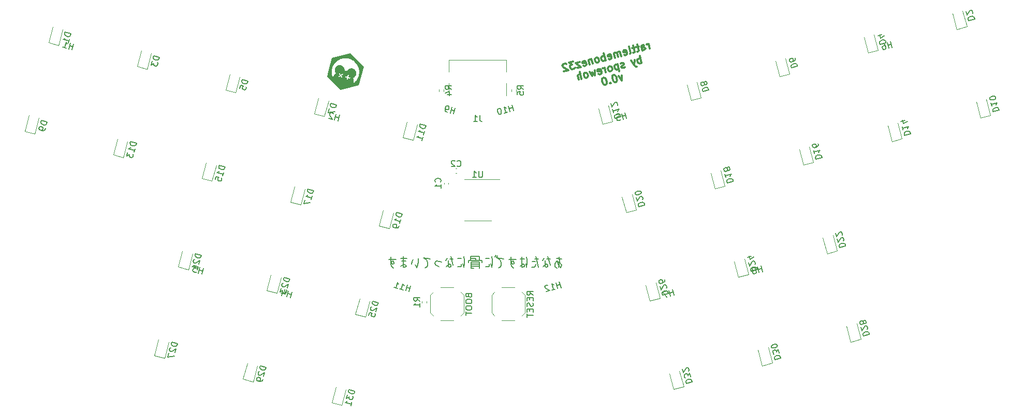
<source format=gbr>
%TF.GenerationSoftware,KiCad,Pcbnew,7.0.8*%
%TF.CreationDate,2024-02-21T20:33:01-06:00*%
%TF.ProjectId,rattlemebones32,72617474-6c65-46d6-9562-6f6e65733332,rev?*%
%TF.SameCoordinates,Original*%
%TF.FileFunction,Legend,Bot*%
%TF.FilePolarity,Positive*%
%FSLAX46Y46*%
G04 Gerber Fmt 4.6, Leading zero omitted, Abs format (unit mm)*
G04 Created by KiCad (PCBNEW 7.0.8) date 2024-02-21 20:33:01*
%MOMM*%
%LPD*%
G01*
G04 APERTURE LIST*
%ADD10C,0.000000*%
%ADD11C,0.300000*%
%ADD12C,0.200000*%
%ADD13C,0.150000*%
%ADD14C,0.120000*%
G04 APERTURE END LIST*
D10*
G36*
X106695617Y-67214488D02*
G01*
X106279483Y-68767518D01*
X105888412Y-70227010D01*
X102875891Y-71034213D01*
X100670571Y-68828894D01*
X100879334Y-68049780D01*
X101422958Y-68049780D01*
X101424079Y-68142564D01*
X101429032Y-68234781D01*
X101437747Y-68326326D01*
X101450179Y-68417100D01*
X101466260Y-68507001D01*
X101485933Y-68595927D01*
X101509144Y-68683778D01*
X101535830Y-68770450D01*
X101565932Y-68855841D01*
X101599396Y-68939852D01*
X101620938Y-68889667D01*
X101643888Y-68840408D01*
X101651206Y-68825877D01*
X102508976Y-68825877D01*
X102509035Y-68829866D01*
X102509282Y-68833861D01*
X102509720Y-68837849D01*
X102510350Y-68841834D01*
X102511177Y-68845798D01*
X102512199Y-68849740D01*
X102513417Y-68853658D01*
X102514838Y-68857534D01*
X102516461Y-68861368D01*
X102518289Y-68865154D01*
X102520320Y-68868882D01*
X102522534Y-68872505D01*
X102524898Y-68875981D01*
X102527408Y-68879300D01*
X102530056Y-68882471D01*
X102532834Y-68885483D01*
X102535738Y-68888341D01*
X102538760Y-68891040D01*
X102541891Y-68893575D01*
X102545129Y-68895951D01*
X102548466Y-68898163D01*
X102551890Y-68900207D01*
X102555401Y-68902083D01*
X102558988Y-68903790D01*
X102562645Y-68905326D01*
X102566367Y-68906687D01*
X102570147Y-68907874D01*
X102573975Y-68908884D01*
X102577847Y-68909716D01*
X102581759Y-68910368D01*
X102585697Y-68910835D01*
X102589662Y-68911120D01*
X102593642Y-68911218D01*
X102597631Y-68911128D01*
X102601627Y-68910849D01*
X102605615Y-68910377D01*
X102609597Y-68909714D01*
X102613556Y-68908857D01*
X102617497Y-68907803D01*
X102621406Y-68906548D01*
X102625274Y-68905093D01*
X102629101Y-68903435D01*
X102632878Y-68901577D01*
X102632898Y-68901607D01*
X102632906Y-68901624D01*
X102632915Y-68901641D01*
X102635978Y-68899872D01*
X102865639Y-68767279D01*
X103000000Y-69000000D01*
X103000018Y-68999990D01*
X103000032Y-68999980D01*
X103000050Y-68999971D01*
X103000065Y-68999963D01*
X103002406Y-69003463D01*
X103004892Y-69006810D01*
X103007517Y-69010006D01*
X103010275Y-69013044D01*
X103013158Y-69015930D01*
X103016161Y-69018654D01*
X103019275Y-69021217D01*
X103022493Y-69023621D01*
X103025815Y-69025858D01*
X103029224Y-69027931D01*
X103032719Y-69029837D01*
X103036295Y-69031572D01*
X103039940Y-69033137D01*
X103043653Y-69034531D01*
X103047422Y-69035743D01*
X103051244Y-69036786D01*
X103055110Y-69037646D01*
X103059014Y-69038327D01*
X103062951Y-69038826D01*
X103066910Y-69039141D01*
X103070888Y-69039272D01*
X103074878Y-69039214D01*
X103078872Y-69038968D01*
X103082861Y-69038530D01*
X103086843Y-69037900D01*
X103090808Y-69037074D01*
X103094752Y-69036050D01*
X103098665Y-69034831D01*
X103102542Y-69033410D01*
X103106378Y-69031788D01*
X103110163Y-69029959D01*
X103113893Y-69027929D01*
X103117516Y-69025716D01*
X103120989Y-69023351D01*
X103124311Y-69020840D01*
X103127482Y-69018192D01*
X103130496Y-69015414D01*
X103133352Y-69012510D01*
X103136050Y-69009487D01*
X103138586Y-69006355D01*
X103140963Y-69003118D01*
X103143173Y-68999783D01*
X103145218Y-68996359D01*
X103147093Y-68992847D01*
X103148801Y-68989258D01*
X103150337Y-68985603D01*
X103151699Y-68981879D01*
X103152886Y-68978100D01*
X103153896Y-68974272D01*
X103154728Y-68970398D01*
X103155376Y-68966489D01*
X103155845Y-68962548D01*
X103156131Y-68958585D01*
X103156228Y-68954606D01*
X103156139Y-68950616D01*
X103155859Y-68946621D01*
X103155390Y-68942632D01*
X103154725Y-68938652D01*
X103153868Y-68934689D01*
X103152813Y-68930751D01*
X103151558Y-68926842D01*
X103150103Y-68922972D01*
X103148448Y-68919147D01*
X103146586Y-68915369D01*
X103146601Y-68915361D01*
X103146619Y-68915351D01*
X103146651Y-68915331D01*
X103119661Y-68868583D01*
X103626629Y-68868583D01*
X103626662Y-68872657D01*
X103626890Y-68876700D01*
X103627311Y-68880709D01*
X103627921Y-68884679D01*
X103628714Y-68888598D01*
X103629695Y-68892468D01*
X103630845Y-68896275D01*
X103632176Y-68900019D01*
X103633677Y-68903692D01*
X103635347Y-68907287D01*
X103637179Y-68910798D01*
X103639173Y-68914222D01*
X103641322Y-68917546D01*
X103643628Y-68920772D01*
X103646083Y-68923889D01*
X103648685Y-68926893D01*
X103651430Y-68929777D01*
X103654314Y-68932536D01*
X103657335Y-68935161D01*
X103660489Y-68937649D01*
X103663771Y-68939995D01*
X103667179Y-68942189D01*
X103670713Y-68944226D01*
X103674364Y-68946104D01*
X103678129Y-68947813D01*
X103682006Y-68949349D01*
X103685992Y-68950703D01*
X103685970Y-68950779D01*
X103945539Y-69020331D01*
X103902999Y-69179094D01*
X103875987Y-69279898D01*
X103876065Y-69279919D01*
X103875246Y-69284048D01*
X103874633Y-69288174D01*
X103874229Y-69292289D01*
X103874032Y-69296388D01*
X103874031Y-69300466D01*
X103874230Y-69304516D01*
X103874618Y-69308530D01*
X103875195Y-69312508D01*
X103875958Y-69316435D01*
X103876905Y-69320313D01*
X103878033Y-69324134D01*
X103879333Y-69327887D01*
X103880803Y-69331571D01*
X103882445Y-69335179D01*
X103884251Y-69338706D01*
X103886217Y-69342144D01*
X103888341Y-69345486D01*
X103890618Y-69348729D01*
X103893051Y-69351865D01*
X103895628Y-69354889D01*
X103898349Y-69357792D01*
X103901209Y-69360574D01*
X103904207Y-69363220D01*
X103907339Y-69365732D01*
X103910602Y-69368104D01*
X103913988Y-69370323D01*
X103917500Y-69372386D01*
X103921132Y-69374293D01*
X103924877Y-69376029D01*
X103928737Y-69377594D01*
X103932704Y-69378980D01*
X103936777Y-69380181D01*
X103940908Y-69381176D01*
X103945035Y-69381963D01*
X103949159Y-69382536D01*
X103953271Y-69382904D01*
X103957368Y-69383073D01*
X103961442Y-69383040D01*
X103965486Y-69382810D01*
X103969496Y-69382386D01*
X103973462Y-69381779D01*
X103977387Y-69380983D01*
X103981252Y-69380007D01*
X103985061Y-69378851D01*
X103988805Y-69377523D01*
X103992475Y-69376022D01*
X103996072Y-69374354D01*
X103999584Y-69372521D01*
X104003006Y-69370526D01*
X104006332Y-69368376D01*
X104009555Y-69366071D01*
X104012676Y-69363617D01*
X104015679Y-69361014D01*
X104018562Y-69358272D01*
X104021321Y-69355385D01*
X104023947Y-69352366D01*
X104026434Y-69349209D01*
X104028779Y-69345926D01*
X104030977Y-69342517D01*
X104033014Y-69338987D01*
X104034890Y-69335336D01*
X104036599Y-69331571D01*
X104038133Y-69327692D01*
X104039488Y-69323708D01*
X104039564Y-69323727D01*
X104109116Y-69064161D01*
X104368685Y-69133710D01*
X104368704Y-69133634D01*
X104372833Y-69134454D01*
X104376957Y-69135067D01*
X104381073Y-69135469D01*
X104385172Y-69135667D01*
X104389251Y-69135668D01*
X104393301Y-69135470D01*
X104397316Y-69135084D01*
X104401292Y-69134505D01*
X104405221Y-69133740D01*
X104409098Y-69132794D01*
X104412917Y-69131668D01*
X104416673Y-69130368D01*
X104420358Y-69128896D01*
X104423966Y-69127255D01*
X104427491Y-69125450D01*
X104430930Y-69123484D01*
X104434272Y-69121361D01*
X104437516Y-69119077D01*
X104440650Y-69116650D01*
X104443671Y-69114072D01*
X104446575Y-69111352D01*
X104449359Y-69108489D01*
X104452008Y-69105491D01*
X104454520Y-69102360D01*
X104456889Y-69099098D01*
X104459109Y-69095712D01*
X104461174Y-69092199D01*
X104463077Y-69088568D01*
X104464817Y-69084822D01*
X104466381Y-69080964D01*
X104467767Y-69076995D01*
X104468964Y-69072921D01*
X104469963Y-69068795D01*
X104470748Y-69064665D01*
X104471321Y-69060543D01*
X104471690Y-69056428D01*
X104471856Y-69052331D01*
X104471824Y-69048258D01*
X104471596Y-69044214D01*
X104471173Y-69040204D01*
X104470564Y-69036237D01*
X104469769Y-69032315D01*
X104468792Y-69028446D01*
X104467639Y-69024638D01*
X104466310Y-69020893D01*
X104464806Y-69017223D01*
X104463138Y-69013627D01*
X104461306Y-69010118D01*
X104459311Y-69006692D01*
X104457162Y-69003369D01*
X104454856Y-69000143D01*
X104452400Y-68997024D01*
X104449801Y-68994022D01*
X104447056Y-68991137D01*
X104444169Y-68988379D01*
X104441150Y-68985752D01*
X104437998Y-68983261D01*
X104434714Y-68980919D01*
X104431304Y-68978724D01*
X104427773Y-68976685D01*
X104424123Y-68974809D01*
X104420357Y-68973100D01*
X104416481Y-68971566D01*
X104412493Y-68970211D01*
X104412515Y-68970136D01*
X104152945Y-68900585D01*
X104222497Y-68641016D01*
X104222421Y-68640995D01*
X104223240Y-68636868D01*
X104223849Y-68632741D01*
X104224253Y-68628626D01*
X104224452Y-68624526D01*
X104224453Y-68620449D01*
X104224257Y-68616398D01*
X104223867Y-68612383D01*
X104223289Y-68608407D01*
X104222524Y-68604478D01*
X104221578Y-68600598D01*
X104220453Y-68596780D01*
X104219153Y-68593027D01*
X104217684Y-68589343D01*
X104216041Y-68585733D01*
X104214236Y-68582209D01*
X104212266Y-68578768D01*
X104210142Y-68575426D01*
X104207864Y-68572186D01*
X104205435Y-68569050D01*
X104202857Y-68566026D01*
X104200135Y-68563121D01*
X104197275Y-68560341D01*
X104194275Y-68557693D01*
X104191144Y-68555180D01*
X104187884Y-68552810D01*
X104184494Y-68550590D01*
X104180985Y-68548524D01*
X104177353Y-68546620D01*
X104173606Y-68544884D01*
X104169747Y-68543318D01*
X104165777Y-68541934D01*
X104161707Y-68540734D01*
X104157578Y-68539737D01*
X104153451Y-68538952D01*
X104149326Y-68538377D01*
X104145212Y-68538006D01*
X104141116Y-68537841D01*
X104137045Y-68537875D01*
X104133000Y-68538104D01*
X104128989Y-68538525D01*
X104125022Y-68539135D01*
X104121100Y-68539931D01*
X104117233Y-68540907D01*
X104113424Y-68542061D01*
X104109681Y-68543391D01*
X104106007Y-68544892D01*
X104102413Y-68546560D01*
X104098899Y-68548395D01*
X104095479Y-68550387D01*
X104092152Y-68552535D01*
X104088927Y-68554842D01*
X104085810Y-68557297D01*
X104082806Y-68559899D01*
X104079922Y-68562642D01*
X104077164Y-68565527D01*
X104074537Y-68568550D01*
X104072048Y-68571704D01*
X104069704Y-68574985D01*
X104067509Y-68578395D01*
X104065471Y-68581928D01*
X104063594Y-68585578D01*
X104061884Y-68589343D01*
X104060350Y-68593221D01*
X104058997Y-68597207D01*
X104058920Y-68597186D01*
X103989371Y-68856755D01*
X103733113Y-68788092D01*
X103729800Y-68787202D01*
X103729782Y-68787279D01*
X103725652Y-68786460D01*
X103721526Y-68785847D01*
X103717411Y-68785445D01*
X103713312Y-68785246D01*
X103709234Y-68785247D01*
X103705184Y-68785443D01*
X103701168Y-68785834D01*
X103697194Y-68786409D01*
X103693263Y-68787173D01*
X103689385Y-68788121D01*
X103685569Y-68789245D01*
X103681812Y-68790547D01*
X103678127Y-68792019D01*
X103674519Y-68793659D01*
X103670993Y-68795464D01*
X103667555Y-68797432D01*
X103664214Y-68799556D01*
X103660971Y-68801835D01*
X103657835Y-68804263D01*
X103654811Y-68806842D01*
X103651906Y-68809561D01*
X103649130Y-68812421D01*
X103646478Y-68815423D01*
X103643966Y-68818555D01*
X103641596Y-68821816D01*
X103639378Y-68825205D01*
X103637309Y-68828714D01*
X103635405Y-68832346D01*
X103633668Y-68836092D01*
X103632105Y-68839951D01*
X103630720Y-68843919D01*
X103629520Y-68847992D01*
X103628522Y-68852120D01*
X103627737Y-68856248D01*
X103627162Y-68860373D01*
X103626794Y-68864487D01*
X103626629Y-68868583D01*
X103119661Y-68868583D01*
X103012287Y-68682610D01*
X103241950Y-68550014D01*
X103245010Y-68548246D01*
X103244992Y-68548214D01*
X103244973Y-68548182D01*
X103248472Y-68545842D01*
X103251822Y-68543356D01*
X103255017Y-68540733D01*
X103258057Y-68537972D01*
X103260939Y-68535091D01*
X103263664Y-68532088D01*
X103266230Y-68528972D01*
X103268630Y-68525752D01*
X103270869Y-68522433D01*
X103272942Y-68519022D01*
X103274847Y-68515527D01*
X103276582Y-68511953D01*
X103278145Y-68508307D01*
X103279538Y-68504596D01*
X103280754Y-68500825D01*
X103281793Y-68497002D01*
X103282656Y-68493136D01*
X103283337Y-68489233D01*
X103283837Y-68485299D01*
X103284151Y-68481337D01*
X103284281Y-68477358D01*
X103284223Y-68473371D01*
X103283978Y-68469377D01*
X103283537Y-68465387D01*
X103282907Y-68461405D01*
X103282081Y-68457437D01*
X103281059Y-68453495D01*
X103279839Y-68449582D01*
X103278418Y-68445704D01*
X103276796Y-68441869D01*
X103274968Y-68438084D01*
X103272939Y-68434355D01*
X103270724Y-68430731D01*
X103268358Y-68427258D01*
X103265847Y-68423935D01*
X103263201Y-68420765D01*
X103260423Y-68417751D01*
X103257519Y-68414894D01*
X103254497Y-68412197D01*
X103251363Y-68409658D01*
X103248127Y-68407282D01*
X103244793Y-68405073D01*
X103241367Y-68403028D01*
X103237856Y-68401152D01*
X103234270Y-68399445D01*
X103230613Y-68397909D01*
X103226888Y-68396544D01*
X103223110Y-68395360D01*
X103219280Y-68394351D01*
X103215409Y-68393519D01*
X103211498Y-68392866D01*
X103207559Y-68392399D01*
X103203596Y-68392115D01*
X103199614Y-68392015D01*
X103195625Y-68392106D01*
X103191633Y-68392386D01*
X103187643Y-68392853D01*
X103183662Y-68393518D01*
X103179700Y-68394376D01*
X103175761Y-68395433D01*
X103171853Y-68396687D01*
X103167980Y-68398142D01*
X103164153Y-68399797D01*
X103160380Y-68401659D01*
X103160370Y-68401643D01*
X103160359Y-68401627D01*
X103160340Y-68401595D01*
X103157277Y-68403362D01*
X102927618Y-68535957D01*
X102795023Y-68306295D01*
X102794995Y-68306246D01*
X102794969Y-68306199D01*
X102793257Y-68303235D01*
X102793226Y-68303254D01*
X102793209Y-68303265D01*
X102793194Y-68303273D01*
X102790854Y-68299773D01*
X102788367Y-68296424D01*
X102785743Y-68293230D01*
X102782986Y-68290189D01*
X102780101Y-68287306D01*
X102777098Y-68284581D01*
X102773984Y-68282018D01*
X102770765Y-68279616D01*
X102767446Y-68277378D01*
X102764034Y-68275305D01*
X102760540Y-68273399D01*
X102756964Y-68271664D01*
X102753319Y-68270099D01*
X102749607Y-68268709D01*
X102745836Y-68267494D01*
X102742014Y-68266452D01*
X102738149Y-68265592D01*
X102734246Y-68264910D01*
X102730310Y-68264410D01*
X102726350Y-68264095D01*
X102722370Y-68263965D01*
X102718383Y-68264023D01*
X102714390Y-68264270D01*
X102710399Y-68264708D01*
X102706415Y-68265339D01*
X102702451Y-68266164D01*
X102698508Y-68267187D01*
X102694595Y-68268407D01*
X102690715Y-68269829D01*
X102686882Y-68271452D01*
X102683097Y-68273276D01*
X102679367Y-68275310D01*
X102675744Y-68277523D01*
X102672268Y-68279888D01*
X102668947Y-68282397D01*
X102665778Y-68285044D01*
X102662765Y-68287823D01*
X102659907Y-68290729D01*
X102657209Y-68293749D01*
X102654671Y-68296882D01*
X102652299Y-68300120D01*
X102650087Y-68303453D01*
X102648042Y-68306880D01*
X102646167Y-68310389D01*
X102644459Y-68313976D01*
X102642923Y-68317634D01*
X102641561Y-68321356D01*
X102640375Y-68325134D01*
X102639364Y-68328965D01*
X102638533Y-68332838D01*
X102637882Y-68336748D01*
X102637414Y-68340688D01*
X102637129Y-68344649D01*
X102637031Y-68348630D01*
X102637122Y-68352622D01*
X102637400Y-68356615D01*
X102637870Y-68360605D01*
X102638534Y-68364585D01*
X102639393Y-68368548D01*
X102640447Y-68372487D01*
X102641702Y-68376394D01*
X102643156Y-68380265D01*
X102644812Y-68384092D01*
X102646673Y-68387868D01*
X102646656Y-68387879D01*
X102646641Y-68387886D01*
X102646610Y-68387904D01*
X102648377Y-68390970D01*
X102780971Y-68620629D01*
X102551312Y-68753224D01*
X102548247Y-68754990D01*
X102548257Y-68755007D01*
X102548267Y-68755022D01*
X102548277Y-68755039D01*
X102548287Y-68755055D01*
X102544786Y-68757394D01*
X102541438Y-68759880D01*
X102538243Y-68762506D01*
X102535202Y-68765262D01*
X102532319Y-68768148D01*
X102529593Y-68771148D01*
X102527031Y-68774262D01*
X102524628Y-68777483D01*
X102522389Y-68780802D01*
X102520316Y-68784212D01*
X102518413Y-68787709D01*
X102516675Y-68791284D01*
X102515113Y-68794929D01*
X102513718Y-68798643D01*
X102512502Y-68802412D01*
X102511465Y-68806234D01*
X102510602Y-68810099D01*
X102509921Y-68814004D01*
X102509421Y-68817940D01*
X102509106Y-68821897D01*
X102508976Y-68825877D01*
X101651206Y-68825877D01*
X101668215Y-68792100D01*
X101693885Y-68744755D01*
X101720873Y-68698387D01*
X101749142Y-68653020D01*
X101778667Y-68608671D01*
X101809414Y-68565357D01*
X101841352Y-68523096D01*
X101874449Y-68481903D01*
X101908677Y-68441801D01*
X101944006Y-68402805D01*
X101980398Y-68364931D01*
X102017830Y-68328199D01*
X102056268Y-68292630D01*
X102095681Y-68258236D01*
X102068881Y-68221583D01*
X102044207Y-68183511D01*
X102021712Y-68144125D01*
X102001456Y-68103527D01*
X101983497Y-68061817D01*
X101967895Y-68019090D01*
X101954707Y-67975457D01*
X101943993Y-67931012D01*
X101935808Y-67885860D01*
X101930214Y-67840101D01*
X101927267Y-67793835D01*
X101927027Y-67747165D01*
X101929551Y-67700192D01*
X101934899Y-67653017D01*
X101943129Y-67605738D01*
X101954299Y-67558460D01*
X101965989Y-67518868D01*
X101979524Y-67480329D01*
X101994844Y-67442878D01*
X102011886Y-67406551D01*
X102030587Y-67371386D01*
X102050892Y-67337418D01*
X102072729Y-67304680D01*
X102096042Y-67273209D01*
X102120766Y-67243042D01*
X102146841Y-67214217D01*
X102174207Y-67186763D01*
X102202797Y-67160721D01*
X102232554Y-67136125D01*
X102263414Y-67113010D01*
X102295316Y-67091414D01*
X102328197Y-67071372D01*
X102361994Y-67052915D01*
X102396650Y-67036088D01*
X102432096Y-67020919D01*
X102468275Y-67007446D01*
X102505124Y-66995707D01*
X102542582Y-66985735D01*
X102580586Y-66977568D01*
X102619072Y-66971238D01*
X102657982Y-66966786D01*
X102697253Y-66964242D01*
X102736822Y-66963642D01*
X102776628Y-66965029D01*
X102816608Y-66968434D01*
X102856700Y-66973892D01*
X102896844Y-66981437D01*
X102936979Y-66991109D01*
X102972904Y-67001623D01*
X103007969Y-67013659D01*
X103042142Y-67027173D01*
X103075401Y-67042111D01*
X103107719Y-67058434D01*
X103139066Y-67076094D01*
X103169418Y-67095042D01*
X103198752Y-67115236D01*
X103227035Y-67136630D01*
X103254242Y-67159174D01*
X103280350Y-67182824D01*
X103305328Y-67207535D01*
X103329149Y-67233261D01*
X103351793Y-67259953D01*
X103373227Y-67287569D01*
X103393427Y-67316061D01*
X103412363Y-67345382D01*
X103430014Y-67375487D01*
X103446349Y-67406327D01*
X103461346Y-67437860D01*
X103474974Y-67470042D01*
X103487208Y-67502820D01*
X103498018Y-67536152D01*
X103507382Y-67569994D01*
X103515273Y-67604293D01*
X103521664Y-67639010D01*
X103526527Y-67674097D01*
X103529836Y-67709503D01*
X103531563Y-67745188D01*
X103531686Y-67781104D01*
X103530176Y-67817204D01*
X103527003Y-67853445D01*
X103550797Y-67857304D01*
X103574598Y-67861495D01*
X103598406Y-67866015D01*
X103622210Y-67870869D01*
X103646016Y-67876058D01*
X103669817Y-67881585D01*
X103693614Y-67887448D01*
X103717401Y-67893651D01*
X103717402Y-67893652D01*
X103742813Y-67900656D01*
X103768042Y-67908006D01*
X103793080Y-67915695D01*
X103817927Y-67923722D01*
X103842585Y-67932077D01*
X103867046Y-67940766D01*
X103891316Y-67949781D01*
X103915386Y-67959119D01*
X103931016Y-67926721D01*
X103947977Y-67895268D01*
X103966221Y-67864777D01*
X103985708Y-67835280D01*
X104006388Y-67806799D01*
X104028223Y-67779364D01*
X104051163Y-67752998D01*
X104075161Y-67727728D01*
X104100179Y-67703578D01*
X104126168Y-67680575D01*
X104153087Y-67658745D01*
X104180886Y-67638115D01*
X104209524Y-67618711D01*
X104238953Y-67600557D01*
X104269127Y-67583678D01*
X104300009Y-67568102D01*
X104331549Y-67553858D01*
X104363699Y-67540962D01*
X104396422Y-67529451D01*
X104429664Y-67519345D01*
X104463388Y-67510669D01*
X104497545Y-67503451D01*
X104532093Y-67497719D01*
X104566983Y-67493495D01*
X104602175Y-67490806D01*
X104637622Y-67489677D01*
X104673277Y-67490136D01*
X104709099Y-67492209D01*
X104745042Y-67495921D01*
X104781061Y-67501295D01*
X104817110Y-67508363D01*
X104853143Y-67517145D01*
X104892736Y-67528835D01*
X104931276Y-67542371D01*
X104968726Y-67557693D01*
X105005052Y-67574734D01*
X105040216Y-67593437D01*
X105074186Y-67613739D01*
X105106924Y-67635574D01*
X105138394Y-67658888D01*
X105168560Y-67683615D01*
X105197388Y-67709688D01*
X105224838Y-67737052D01*
X105250883Y-67765645D01*
X105275479Y-67795400D01*
X105298593Y-67826262D01*
X105320190Y-67858162D01*
X105340233Y-67891045D01*
X105358686Y-67924841D01*
X105375516Y-67959495D01*
X105390683Y-67994943D01*
X105404158Y-68031121D01*
X105415895Y-68067973D01*
X105425867Y-68105429D01*
X105434037Y-68143432D01*
X105440364Y-68181919D01*
X105444819Y-68220830D01*
X105447363Y-68260101D01*
X105447960Y-68299668D01*
X105446573Y-68339475D01*
X105443170Y-68379454D01*
X105437713Y-68419549D01*
X105430166Y-68459691D01*
X105420494Y-68499824D01*
X105420491Y-68499824D01*
X105406460Y-68546550D01*
X105389863Y-68591795D01*
X105370797Y-68635497D01*
X105349369Y-68677597D01*
X105325681Y-68718036D01*
X105299834Y-68756756D01*
X105271933Y-68793697D01*
X105242079Y-68828800D01*
X105210376Y-68862003D01*
X105176923Y-68893252D01*
X105141825Y-68922486D01*
X105105186Y-68949643D01*
X105067105Y-68974666D01*
X105027684Y-68997499D01*
X104987029Y-69018075D01*
X104945244Y-69036342D01*
X104961391Y-69084994D01*
X104976158Y-69134147D01*
X104989529Y-69183771D01*
X104996834Y-69214364D01*
X105001484Y-69233843D01*
X105012010Y-69284321D01*
X105021087Y-69335190D01*
X105028699Y-69386414D01*
X105034831Y-69437968D01*
X105039466Y-69489818D01*
X105042584Y-69541939D01*
X105044170Y-69594298D01*
X105044208Y-69646871D01*
X105042682Y-69699623D01*
X105039575Y-69752531D01*
X105034869Y-69805561D01*
X105028549Y-69858690D01*
X105099533Y-69802665D01*
X105168298Y-69743765D01*
X105234745Y-69682047D01*
X105298771Y-69617572D01*
X105360271Y-69550398D01*
X105419150Y-69480582D01*
X105475301Y-69408184D01*
X105528624Y-69333264D01*
X105579017Y-69255876D01*
X105626380Y-69176086D01*
X105670610Y-69093944D01*
X105711607Y-69009515D01*
X105749268Y-68922856D01*
X105783490Y-68834023D01*
X105814171Y-68743079D01*
X105841216Y-68650083D01*
X105868304Y-68537680D01*
X105889442Y-68425244D01*
X105904728Y-68312953D01*
X105914261Y-68200974D01*
X105918142Y-68089488D01*
X105916470Y-67978665D01*
X105909349Y-67868677D01*
X105896873Y-67759698D01*
X105879145Y-67651901D01*
X105856269Y-67545462D01*
X105828341Y-67440552D01*
X105795458Y-67337345D01*
X105757727Y-67236014D01*
X105715243Y-67136734D01*
X105668110Y-67039676D01*
X105616425Y-66945015D01*
X105560286Y-66852920D01*
X105499799Y-66763574D01*
X105435062Y-66677141D01*
X105366171Y-66593799D01*
X105293233Y-66513722D01*
X105216342Y-66437078D01*
X105135603Y-66364046D01*
X105051112Y-66294796D01*
X104962972Y-66229501D01*
X104871280Y-66168341D01*
X104776138Y-66111481D01*
X104677649Y-66059099D01*
X104575910Y-66011365D01*
X104471016Y-65968459D01*
X104363075Y-65930543D01*
X104252187Y-65897804D01*
X104139782Y-65870714D01*
X104027348Y-65849576D01*
X103915055Y-65834292D01*
X103803078Y-65824760D01*
X103691592Y-65820878D01*
X103580767Y-65822548D01*
X103470779Y-65829671D01*
X103361801Y-65842145D01*
X103254004Y-65859874D01*
X103147565Y-65882749D01*
X103042656Y-65910680D01*
X102939446Y-65943559D01*
X102838116Y-65981294D01*
X102738836Y-66023776D01*
X102641779Y-66070911D01*
X102547118Y-66122596D01*
X102455025Y-66178731D01*
X102365676Y-66239220D01*
X102279244Y-66303960D01*
X102195901Y-66372846D01*
X102115824Y-66445788D01*
X102039182Y-66522677D01*
X101966148Y-66603419D01*
X101896900Y-66687907D01*
X101831607Y-66776050D01*
X101770444Y-66867738D01*
X101713584Y-66962882D01*
X101661202Y-67061370D01*
X101613467Y-67163113D01*
X101570561Y-67268003D01*
X101532649Y-67375944D01*
X101499907Y-67486833D01*
X101476828Y-67580894D01*
X101457930Y-67674994D01*
X101443150Y-67769036D01*
X101432437Y-67862915D01*
X101425725Y-67956531D01*
X101422958Y-68049780D01*
X100879334Y-68049780D01*
X101477773Y-65816370D01*
X104490295Y-65009168D01*
X106695617Y-67214488D01*
G37*
D11*
X153440138Y-64239849D02*
X153233082Y-63467109D01*
X153292241Y-63687892D02*
X153207466Y-63592290D01*
X153207466Y-63592290D02*
X153137481Y-63551884D01*
X153137481Y-63551884D02*
X153012299Y-63526267D01*
X153012299Y-63526267D02*
X152901908Y-63555847D01*
X152225831Y-64565222D02*
X152063145Y-63958069D01*
X152063145Y-63958069D02*
X152088761Y-63832887D01*
X152088761Y-63832887D02*
X152184363Y-63748112D01*
X152184363Y-63748112D02*
X152405146Y-63688954D01*
X152405146Y-63688954D02*
X152530327Y-63714570D01*
X152211041Y-64510026D02*
X152336223Y-64535643D01*
X152336223Y-64535643D02*
X152612201Y-64461694D01*
X152612201Y-64461694D02*
X152707803Y-64376919D01*
X152707803Y-64376919D02*
X152733420Y-64251738D01*
X152733420Y-64251738D02*
X152703840Y-64141347D01*
X152703840Y-64141347D02*
X152619065Y-64045745D01*
X152619065Y-64045745D02*
X152493884Y-64020128D01*
X152493884Y-64020128D02*
X152217905Y-64094077D01*
X152217905Y-64094077D02*
X152092724Y-64068460D01*
X151632406Y-63896009D02*
X151190840Y-64014326D01*
X151363291Y-63554007D02*
X151629505Y-64547531D01*
X151629505Y-64547531D02*
X151603888Y-64672712D01*
X151603888Y-64672712D02*
X151508286Y-64757487D01*
X151508286Y-64757487D02*
X151397895Y-64787067D01*
X150970057Y-64073485D02*
X150528491Y-64191802D01*
X150700942Y-63731483D02*
X150967156Y-64725007D01*
X150967156Y-64725007D02*
X150941539Y-64850188D01*
X150941539Y-64850188D02*
X150845938Y-64934963D01*
X150845938Y-64934963D02*
X150735546Y-64964543D01*
X150183589Y-65112439D02*
X150279191Y-65027664D01*
X150279191Y-65027664D02*
X150304807Y-64902483D01*
X150304807Y-64902483D02*
X150038593Y-63908959D01*
X149285667Y-65293878D02*
X149410848Y-65319494D01*
X149410848Y-65319494D02*
X149631632Y-65260336D01*
X149631632Y-65260336D02*
X149727233Y-65175561D01*
X149727233Y-65175561D02*
X149752850Y-65050379D01*
X149752850Y-65050379D02*
X149634533Y-64608813D01*
X149634533Y-64608813D02*
X149549757Y-64513211D01*
X149549757Y-64513211D02*
X149424576Y-64487595D01*
X149424576Y-64487595D02*
X149203793Y-64546754D01*
X149203793Y-64546754D02*
X149108191Y-64631529D01*
X149108191Y-64631529D02*
X149082575Y-64756710D01*
X149082575Y-64756710D02*
X149112154Y-64867101D01*
X149112154Y-64867101D02*
X149693691Y-64829596D01*
X148748500Y-65496970D02*
X148541445Y-64724229D01*
X148571024Y-64834621D02*
X148501038Y-64794215D01*
X148501038Y-64794215D02*
X148375857Y-64768598D01*
X148375857Y-64768598D02*
X148210270Y-64812967D01*
X148210270Y-64812967D02*
X148114668Y-64897742D01*
X148114668Y-64897742D02*
X148089052Y-65022924D01*
X148089052Y-65022924D02*
X148251738Y-65630077D01*
X148089052Y-65022924D02*
X148004277Y-64927322D01*
X148004277Y-64927322D02*
X147879095Y-64901705D01*
X147879095Y-64901705D02*
X147713508Y-64946074D01*
X147713508Y-64946074D02*
X147617906Y-65030849D01*
X147617906Y-65030849D02*
X147592290Y-65156031D01*
X147592290Y-65156031D02*
X147754976Y-65763184D01*
X146746663Y-65974202D02*
X146871844Y-65999818D01*
X146871844Y-65999818D02*
X147092627Y-65940660D01*
X147092627Y-65940660D02*
X147188229Y-65855885D01*
X147188229Y-65855885D02*
X147213845Y-65730704D01*
X147213845Y-65730704D02*
X147095528Y-65289137D01*
X147095528Y-65289137D02*
X147010753Y-65193536D01*
X147010753Y-65193536D02*
X146885572Y-65167919D01*
X146885572Y-65167919D02*
X146664789Y-65227078D01*
X146664789Y-65227078D02*
X146569187Y-65311853D01*
X146569187Y-65311853D02*
X146543570Y-65437034D01*
X146543570Y-65437034D02*
X146573150Y-65547426D01*
X146573150Y-65547426D02*
X147154687Y-65509921D01*
X146209495Y-66177294D02*
X145898912Y-65018183D01*
X146017230Y-65459749D02*
X145892048Y-65434133D01*
X145892048Y-65434133D02*
X145671265Y-65493292D01*
X145671265Y-65493292D02*
X145575663Y-65578067D01*
X145575663Y-65578067D02*
X145535257Y-65648052D01*
X145535257Y-65648052D02*
X145509641Y-65773233D01*
X145509641Y-65773233D02*
X145598379Y-66104408D01*
X145598379Y-66104408D02*
X145683154Y-66200010D01*
X145683154Y-66200010D02*
X145753139Y-66240416D01*
X145753139Y-66240416D02*
X145878321Y-66266032D01*
X145878321Y-66266032D02*
X146099104Y-66206874D01*
X146099104Y-66206874D02*
X146194705Y-66122099D01*
X144995189Y-66502667D02*
X145090791Y-66417892D01*
X145090791Y-66417892D02*
X145131197Y-66347906D01*
X145131197Y-66347906D02*
X145156813Y-66222725D01*
X145156813Y-66222725D02*
X145068075Y-65891550D01*
X145068075Y-65891550D02*
X144983300Y-65795949D01*
X144983300Y-65795949D02*
X144913315Y-65755542D01*
X144913315Y-65755542D02*
X144788133Y-65729926D01*
X144788133Y-65729926D02*
X144622546Y-65774295D01*
X144622546Y-65774295D02*
X144526944Y-65859070D01*
X144526944Y-65859070D02*
X144486538Y-65929056D01*
X144486538Y-65929056D02*
X144460922Y-66054237D01*
X144460922Y-66054237D02*
X144549660Y-66385411D01*
X144549660Y-66385411D02*
X144634435Y-66481013D01*
X144634435Y-66481013D02*
X144704420Y-66521419D01*
X144704420Y-66521419D02*
X144829601Y-66547036D01*
X144829601Y-66547036D02*
X144995189Y-66502667D01*
X143905002Y-65966561D02*
X144112057Y-66739301D01*
X143934581Y-66076952D02*
X143864595Y-66036546D01*
X143864595Y-66036546D02*
X143739414Y-66010930D01*
X143739414Y-66010930D02*
X143573827Y-66055298D01*
X143573827Y-66055298D02*
X143478225Y-66140074D01*
X143478225Y-66140074D02*
X143452609Y-66265255D01*
X143452609Y-66265255D02*
X143615295Y-66872408D01*
X142606982Y-67083426D02*
X142732163Y-67109043D01*
X142732163Y-67109043D02*
X142952946Y-67049884D01*
X142952946Y-67049884D02*
X143048548Y-66965109D01*
X143048548Y-66965109D02*
X143074164Y-66839928D01*
X143074164Y-66839928D02*
X142955847Y-66398362D01*
X142955847Y-66398362D02*
X142871072Y-66302760D01*
X142871072Y-66302760D02*
X142745891Y-66277143D01*
X142745891Y-66277143D02*
X142525108Y-66336302D01*
X142525108Y-66336302D02*
X142429506Y-66421077D01*
X142429506Y-66421077D02*
X142403889Y-66546258D01*
X142403889Y-66546258D02*
X142433469Y-66656650D01*
X142433469Y-66656650D02*
X143015006Y-66619145D01*
X141973151Y-66484198D02*
X141365997Y-66646885D01*
X141365997Y-66646885D02*
X142180206Y-67256939D01*
X142180206Y-67256939D02*
X141573052Y-67419625D01*
X140931295Y-66349252D02*
X140213750Y-66541518D01*
X140213750Y-66541518D02*
X140718437Y-66879556D01*
X140718437Y-66879556D02*
X140552850Y-66923925D01*
X140552850Y-66923925D02*
X140457248Y-67008701D01*
X140457248Y-67008701D02*
X140416842Y-67078686D01*
X140416842Y-67078686D02*
X140391226Y-67203867D01*
X140391226Y-67203867D02*
X140465174Y-67479846D01*
X140465174Y-67479846D02*
X140549949Y-67575448D01*
X140549949Y-67575448D02*
X140619934Y-67615854D01*
X140619934Y-67615854D02*
X140745116Y-67641470D01*
X140745116Y-67641470D02*
X141076290Y-67552732D01*
X141076290Y-67552732D02*
X141171892Y-67467957D01*
X141171892Y-67467957D02*
X141212298Y-67397972D01*
X139801763Y-66770227D02*
X139731778Y-66729821D01*
X139731778Y-66729821D02*
X139606596Y-66704204D01*
X139606596Y-66704204D02*
X139330618Y-66778153D01*
X139330618Y-66778153D02*
X139235016Y-66862928D01*
X139235016Y-66862928D02*
X139194610Y-66932913D01*
X139194610Y-66932913D02*
X139168993Y-67058094D01*
X139168993Y-67058094D02*
X139198573Y-67168486D01*
X139198573Y-67168486D02*
X139298137Y-67319283D01*
X139298137Y-67319283D02*
X140137962Y-67804157D01*
X140137962Y-67804157D02*
X139420417Y-67996422D01*
X152118717Y-66594077D02*
X151808134Y-65434966D01*
X151926451Y-65876532D02*
X151801270Y-65850916D01*
X151801270Y-65850916D02*
X151580487Y-65910074D01*
X151580487Y-65910074D02*
X151484885Y-65994849D01*
X151484885Y-65994849D02*
X151444479Y-66064835D01*
X151444479Y-66064835D02*
X151418863Y-66190016D01*
X151418863Y-66190016D02*
X151507601Y-66521190D01*
X151507601Y-66521190D02*
X151592376Y-66616792D01*
X151592376Y-66616792D02*
X151662361Y-66657198D01*
X151662361Y-66657198D02*
X151787542Y-66682815D01*
X151787542Y-66682815D02*
X152008325Y-66623656D01*
X152008325Y-66623656D02*
X152103927Y-66538881D01*
X150973334Y-66072760D02*
X150904410Y-66919449D01*
X150421376Y-66220657D02*
X150904410Y-66919449D01*
X150904410Y-66919449D02*
X151088750Y-67165849D01*
X151088750Y-67165849D02*
X151158736Y-67206255D01*
X151158736Y-67206255D02*
X151283917Y-67231871D01*
X149344139Y-67278364D02*
X149248537Y-67363139D01*
X149248537Y-67363139D02*
X149027754Y-67422298D01*
X149027754Y-67422298D02*
X148902573Y-67396681D01*
X148902573Y-67396681D02*
X148817798Y-67301080D01*
X148817798Y-67301080D02*
X148803008Y-67245884D01*
X148803008Y-67245884D02*
X148828624Y-67120703D01*
X148828624Y-67120703D02*
X148924226Y-67035928D01*
X148924226Y-67035928D02*
X149089814Y-66991559D01*
X149089814Y-66991559D02*
X149185415Y-66906784D01*
X149185415Y-66906784D02*
X149211032Y-66781602D01*
X149211032Y-66781602D02*
X149196242Y-66726407D01*
X149196242Y-66726407D02*
X149111467Y-66630805D01*
X149111467Y-66630805D02*
X148986286Y-66605188D01*
X148986286Y-66605188D02*
X148820699Y-66649557D01*
X148820699Y-66649557D02*
X148725097Y-66734332D01*
X148158349Y-66827033D02*
X148468932Y-67986144D01*
X148173139Y-66882229D02*
X148047958Y-66856613D01*
X148047958Y-66856613D02*
X147827175Y-66915771D01*
X147827175Y-66915771D02*
X147731573Y-67000546D01*
X147731573Y-67000546D02*
X147691167Y-67070532D01*
X147691167Y-67070532D02*
X147665550Y-67195713D01*
X147665550Y-67195713D02*
X147754288Y-67526887D01*
X147754288Y-67526887D02*
X147839063Y-67622489D01*
X147839063Y-67622489D02*
X147909049Y-67662895D01*
X147909049Y-67662895D02*
X148034230Y-67688512D01*
X148034230Y-67688512D02*
X148255013Y-67629353D01*
X148255013Y-67629353D02*
X148350615Y-67544578D01*
X147151098Y-67925146D02*
X147246700Y-67840371D01*
X147246700Y-67840371D02*
X147287106Y-67770386D01*
X147287106Y-67770386D02*
X147312722Y-67645205D01*
X147312722Y-67645205D02*
X147223984Y-67314030D01*
X147223984Y-67314030D02*
X147139209Y-67218428D01*
X147139209Y-67218428D02*
X147069224Y-67178022D01*
X147069224Y-67178022D02*
X146944043Y-67152406D01*
X146944043Y-67152406D02*
X146778455Y-67196775D01*
X146778455Y-67196775D02*
X146682853Y-67281550D01*
X146682853Y-67281550D02*
X146642447Y-67351535D01*
X146642447Y-67351535D02*
X146616831Y-67476716D01*
X146616831Y-67476716D02*
X146705569Y-67807891D01*
X146705569Y-67807891D02*
X146790344Y-67903493D01*
X146790344Y-67903493D02*
X146860329Y-67943899D01*
X146860329Y-67943899D02*
X146985511Y-67969515D01*
X146985511Y-67969515D02*
X147151098Y-67925146D01*
X146267966Y-68161781D02*
X146060911Y-67389040D01*
X146120069Y-67609823D02*
X146035294Y-67514221D01*
X146035294Y-67514221D02*
X145965309Y-67473815D01*
X145965309Y-67473815D02*
X145840128Y-67448199D01*
X145840128Y-67448199D02*
X145729736Y-67477778D01*
X145094065Y-68417168D02*
X145219247Y-68442784D01*
X145219247Y-68442784D02*
X145440030Y-68383626D01*
X145440030Y-68383626D02*
X145535632Y-68298851D01*
X145535632Y-68298851D02*
X145561248Y-68173669D01*
X145561248Y-68173669D02*
X145442931Y-67732103D01*
X145442931Y-67732103D02*
X145358156Y-67636501D01*
X145358156Y-67636501D02*
X145232974Y-67610885D01*
X145232974Y-67610885D02*
X145012191Y-67670044D01*
X145012191Y-67670044D02*
X144916589Y-67754819D01*
X144916589Y-67754819D02*
X144890973Y-67880000D01*
X144890973Y-67880000D02*
X144920552Y-67990391D01*
X144920552Y-67990391D02*
X145502089Y-67952886D01*
X144460234Y-67817940D02*
X144446506Y-68649839D01*
X144446506Y-68649839D02*
X144077827Y-68157040D01*
X144077827Y-68157040D02*
X144004940Y-68768157D01*
X144004940Y-68768157D02*
X143577102Y-68054575D01*
X143177004Y-68990002D02*
X143272606Y-68905227D01*
X143272606Y-68905227D02*
X143313012Y-68835241D01*
X143313012Y-68835241D02*
X143338628Y-68710060D01*
X143338628Y-68710060D02*
X143249890Y-68378885D01*
X143249890Y-68378885D02*
X143165115Y-68283284D01*
X143165115Y-68283284D02*
X143095130Y-68242877D01*
X143095130Y-68242877D02*
X142969948Y-68217261D01*
X142969948Y-68217261D02*
X142804361Y-68261630D01*
X142804361Y-68261630D02*
X142708759Y-68346405D01*
X142708759Y-68346405D02*
X142668353Y-68416390D01*
X142668353Y-68416390D02*
X142642737Y-68541572D01*
X142642737Y-68541572D02*
X142731475Y-68872746D01*
X142731475Y-68872746D02*
X142816250Y-68968348D01*
X142816250Y-68968348D02*
X142886235Y-69008754D01*
X142886235Y-69008754D02*
X143011416Y-69034371D01*
X143011416Y-69034371D02*
X143177004Y-68990002D01*
X142293872Y-69226636D02*
X141983289Y-68067525D01*
X141797110Y-69359743D02*
X141634424Y-68752590D01*
X141634424Y-68752590D02*
X141660040Y-68627409D01*
X141660040Y-68627409D02*
X141755642Y-68542633D01*
X141755642Y-68542633D02*
X141921229Y-68498264D01*
X141921229Y-68498264D02*
X142046410Y-68523881D01*
X142046410Y-68523881D02*
X142116396Y-68564287D01*
X148906769Y-68626649D02*
X148837845Y-69473338D01*
X148837845Y-69473338D02*
X148354811Y-68774545D01*
X147588934Y-68565651D02*
X147478543Y-68595230D01*
X147478543Y-68595230D02*
X147382941Y-68680005D01*
X147382941Y-68680005D02*
X147342535Y-68749991D01*
X147342535Y-68749991D02*
X147316918Y-68875172D01*
X147316918Y-68875172D02*
X147320881Y-69110745D01*
X147320881Y-69110745D02*
X147394829Y-69386723D01*
X147394829Y-69386723D02*
X147509184Y-69592717D01*
X147509184Y-69592717D02*
X147593959Y-69688319D01*
X147593959Y-69688319D02*
X147663944Y-69728725D01*
X147663944Y-69728725D02*
X147789126Y-69754341D01*
X147789126Y-69754341D02*
X147899517Y-69724762D01*
X147899517Y-69724762D02*
X147995119Y-69639987D01*
X147995119Y-69639987D02*
X148035525Y-69570001D01*
X148035525Y-69570001D02*
X148061141Y-69444820D01*
X148061141Y-69444820D02*
X148057179Y-69209247D01*
X148057179Y-69209247D02*
X147983230Y-68933269D01*
X147983230Y-68933269D02*
X147868876Y-68727275D01*
X147868876Y-68727275D02*
X147784101Y-68631673D01*
X147784101Y-68631673D02*
X147714115Y-68591267D01*
X147714115Y-68591267D02*
X147588934Y-68565651D01*
X146986806Y-69851005D02*
X146946400Y-69920990D01*
X146946400Y-69920990D02*
X147016385Y-69961396D01*
X147016385Y-69961396D02*
X147056791Y-69891411D01*
X147056791Y-69891411D02*
X146986806Y-69851005D01*
X146986806Y-69851005D02*
X147016385Y-69961396D01*
X145933061Y-69009341D02*
X145822670Y-69038920D01*
X145822670Y-69038920D02*
X145727068Y-69123695D01*
X145727068Y-69123695D02*
X145686662Y-69193681D01*
X145686662Y-69193681D02*
X145661045Y-69318862D01*
X145661045Y-69318862D02*
X145665008Y-69554434D01*
X145665008Y-69554434D02*
X145738956Y-69830413D01*
X145738956Y-69830413D02*
X145853311Y-70036407D01*
X145853311Y-70036407D02*
X145938086Y-70132008D01*
X145938086Y-70132008D02*
X146008071Y-70172415D01*
X146008071Y-70172415D02*
X146133252Y-70198031D01*
X146133252Y-70198031D02*
X146243644Y-70168452D01*
X146243644Y-70168452D02*
X146339246Y-70083677D01*
X146339246Y-70083677D02*
X146379652Y-70013691D01*
X146379652Y-70013691D02*
X146405268Y-69888510D01*
X146405268Y-69888510D02*
X146401305Y-69652937D01*
X146401305Y-69652937D02*
X146327357Y-69376958D01*
X146327357Y-69376958D02*
X146213003Y-69170965D01*
X146213003Y-69170965D02*
X146128228Y-69075363D01*
X146128228Y-69075363D02*
X146058242Y-69034957D01*
X146058242Y-69034957D02*
X145933061Y-69009341D01*
D12*
X139025564Y-98726457D02*
X138168422Y-98640742D01*
X138596993Y-98383600D02*
X138682707Y-99326457D01*
X138682707Y-99326457D02*
X138511279Y-100097885D01*
X138254136Y-98983600D02*
X138511279Y-99755028D01*
X138511279Y-99755028D02*
X138854136Y-100183600D01*
X138854136Y-100183600D02*
X139025564Y-99755028D01*
X139025564Y-99755028D02*
X138682707Y-99326457D01*
X138682707Y-99326457D02*
X138168422Y-99155028D01*
X138168422Y-99155028D02*
X137911279Y-99497885D01*
X137911279Y-99497885D02*
X137911279Y-100012171D01*
X137911279Y-100012171D02*
X138254136Y-100269314D01*
X137139850Y-98726457D02*
X136625565Y-98726457D01*
X136796993Y-98297885D02*
X137139850Y-99755028D01*
X136196993Y-98640742D02*
X135939850Y-98983600D01*
X136368422Y-98983600D02*
X136368422Y-100012171D01*
X136368422Y-100012171D02*
X136539850Y-100097885D01*
X136539850Y-100097885D02*
X136796993Y-100012171D01*
X136796993Y-100012171D02*
X136796993Y-99669314D01*
X136796993Y-99669314D02*
X136539850Y-99583600D01*
X136539850Y-99583600D02*
X136025565Y-100012171D01*
X135254136Y-98726457D02*
X134654136Y-98726457D01*
X134825565Y-98297885D02*
X135254136Y-100097885D01*
X134739851Y-99155028D02*
X134225565Y-99155028D01*
X134825565Y-99583600D02*
X134739851Y-99926457D01*
X134739851Y-99926457D02*
X134568422Y-100097885D01*
X134568422Y-100097885D02*
X134139851Y-100097885D01*
X132939851Y-98726457D02*
X132254137Y-98726457D01*
X132511280Y-98383600D02*
X132511280Y-100097885D01*
X132511280Y-100097885D02*
X132939851Y-100012171D01*
X132939851Y-100012171D02*
X132939851Y-99669314D01*
X132939851Y-99669314D02*
X132682708Y-99583600D01*
X132682708Y-99583600D02*
X132254137Y-99926457D01*
X133282708Y-98383600D02*
X133368422Y-98897885D01*
X133368422Y-98897885D02*
X133368422Y-99412171D01*
X133368422Y-99412171D02*
X133282708Y-100097885D01*
X133282708Y-100097885D02*
X133196994Y-99497885D01*
X131568423Y-98812171D02*
X130368423Y-98812171D01*
X130711280Y-98383600D02*
X130711280Y-99583600D01*
X130711280Y-99583600D02*
X130796994Y-99926457D01*
X130796994Y-99926457D02*
X131139851Y-100269314D01*
X130796994Y-99240742D02*
X130968423Y-99069314D01*
X130968423Y-99069314D02*
X131054137Y-99069314D01*
X131054137Y-99069314D02*
X131225566Y-99326457D01*
X131225566Y-99326457D02*
X131225566Y-99497885D01*
X131225566Y-99497885D02*
X131054137Y-99583600D01*
X131054137Y-99583600D02*
X130968423Y-99583600D01*
X130968423Y-99583600D02*
X130796994Y-99412171D01*
X129596994Y-98726457D02*
X128482709Y-98555028D01*
X128654137Y-98640742D02*
X128996994Y-98897885D01*
X128996994Y-98897885D02*
X129168423Y-99326457D01*
X129168423Y-99326457D02*
X129168423Y-99840742D01*
X129168423Y-99840742D02*
X128996994Y-100097885D01*
X128996994Y-100097885D02*
X128739852Y-100183600D01*
X128568423Y-98212171D02*
X128396994Y-98469314D01*
X128311280Y-98126457D02*
X128139852Y-98383600D01*
X127196995Y-98640742D02*
X126596995Y-98640742D01*
X127625566Y-98297885D02*
X127711280Y-98983600D01*
X127711280Y-98983600D02*
X127711280Y-99497885D01*
X127711280Y-99497885D02*
X127625566Y-100097885D01*
X127625566Y-100097885D02*
X127454138Y-99497885D01*
X127196995Y-99583600D02*
X127196995Y-99926457D01*
X127196995Y-99926457D02*
X127111280Y-100012171D01*
X127111280Y-100012171D02*
X126596995Y-100012171D01*
X124968424Y-98640742D02*
X124111281Y-98640742D01*
X125568424Y-99583600D02*
X124196995Y-99583600D01*
X125568424Y-99926457D02*
X124196995Y-99926457D01*
X124625566Y-100269314D02*
X124196995Y-100269314D01*
X125568424Y-98297885D02*
X125568424Y-98983600D01*
X125568424Y-99240742D02*
X125568424Y-100269314D01*
X125568424Y-99240742D02*
X124196995Y-99240742D01*
X124196995Y-99240742D02*
X124196995Y-100269314D01*
X125568424Y-98297885D02*
X124111281Y-98297885D01*
X124111281Y-98297885D02*
X124111281Y-98983600D01*
X124968424Y-98640742D02*
X124968424Y-98983600D01*
X125996995Y-98983600D02*
X125996995Y-99326457D01*
X125996995Y-98983600D02*
X123768424Y-98983600D01*
X123768424Y-98983600D02*
X123768424Y-99326457D01*
X122654138Y-98640742D02*
X122054138Y-98640742D01*
X123082709Y-98297885D02*
X123168423Y-98983600D01*
X123168423Y-98983600D02*
X123168423Y-99497885D01*
X123168423Y-99497885D02*
X123082709Y-100097885D01*
X123082709Y-100097885D02*
X122911281Y-99497885D01*
X122654138Y-99583600D02*
X122654138Y-99926457D01*
X122654138Y-99926457D02*
X122568423Y-100012171D01*
X122568423Y-100012171D02*
X122054138Y-100012171D01*
X121282709Y-98726457D02*
X120768424Y-98726457D01*
X120939852Y-98297885D02*
X121282709Y-99755028D01*
X120339852Y-98640742D02*
X120082709Y-98983600D01*
X120511281Y-98983600D02*
X120511281Y-100012171D01*
X120511281Y-100012171D02*
X120682709Y-100097885D01*
X120682709Y-100097885D02*
X120939852Y-100012171D01*
X120939852Y-100012171D02*
X120939852Y-99669314D01*
X120939852Y-99669314D02*
X120682709Y-99583600D01*
X120682709Y-99583600D02*
X120168424Y-100012171D01*
X119396995Y-99240742D02*
X118625567Y-99069314D01*
X118625567Y-99069314D02*
X118368424Y-99155028D01*
X118368424Y-99155028D02*
X118282710Y-99497885D01*
X118282710Y-99497885D02*
X118454138Y-99755028D01*
X118454138Y-99755028D02*
X118968424Y-100012171D01*
X117511281Y-98726457D02*
X116396996Y-98555028D01*
X116568424Y-98640742D02*
X116911281Y-98897885D01*
X116911281Y-98897885D02*
X117082710Y-99326457D01*
X117082710Y-99326457D02*
X117082710Y-99840742D01*
X117082710Y-99840742D02*
X116911281Y-100097885D01*
X116911281Y-100097885D02*
X116654139Y-100183600D01*
X114768425Y-98812171D02*
X114596996Y-99155028D01*
X114596996Y-99155028D02*
X114511282Y-99583600D01*
X115625567Y-98640742D02*
X115625567Y-99240742D01*
X115625567Y-99240742D02*
X115539853Y-99669314D01*
X115539853Y-99669314D02*
X115368425Y-100183600D01*
X115368425Y-100183600D02*
X115111282Y-99669314D01*
X113739853Y-98640742D02*
X112711282Y-98640742D01*
X113568425Y-99069314D02*
X112882711Y-99069314D01*
X113139853Y-98297885D02*
X113139853Y-100097885D01*
X113139853Y-100097885D02*
X113396996Y-100097885D01*
X113396996Y-100097885D02*
X113654139Y-99926457D01*
X113654139Y-99926457D02*
X113568425Y-99755028D01*
X113568425Y-99755028D02*
X113225568Y-99669314D01*
X113225568Y-99669314D02*
X112711282Y-99926457D01*
X111939854Y-98812171D02*
X110739854Y-98812171D01*
X111082711Y-98383600D02*
X111082711Y-99583600D01*
X111082711Y-99583600D02*
X111168425Y-99926457D01*
X111168425Y-99926457D02*
X111511282Y-100269314D01*
X111168425Y-99240742D02*
X111339854Y-99069314D01*
X111339854Y-99069314D02*
X111425568Y-99069314D01*
X111425568Y-99069314D02*
X111596997Y-99326457D01*
X111596997Y-99326457D02*
X111596997Y-99497885D01*
X111596997Y-99497885D02*
X111425568Y-99583600D01*
X111425568Y-99583600D02*
X111339854Y-99583600D01*
X111339854Y-99583600D02*
X111168425Y-99412171D01*
D13*
X58765265Y-61822221D02*
X57799339Y-61563401D01*
X57799339Y-61563401D02*
X57737716Y-61793384D01*
X57737716Y-61793384D02*
X57746738Y-61943698D01*
X57746738Y-61943698D02*
X57814081Y-62060340D01*
X57814081Y-62060340D02*
X57893750Y-62130986D01*
X57893750Y-62130986D02*
X58065411Y-62226282D01*
X58065411Y-62226282D02*
X58203400Y-62263256D01*
X58203400Y-62263256D02*
X58399711Y-62266558D01*
X58399711Y-62266558D02*
X58504028Y-62245211D01*
X58504028Y-62245211D02*
X58620671Y-62177868D01*
X58620671Y-62177868D02*
X58703641Y-62052203D01*
X58703641Y-62052203D02*
X58765265Y-61822221D01*
X58370874Y-63294108D02*
X58518771Y-62742150D01*
X58444822Y-63018129D02*
X57478896Y-62759310D01*
X57478896Y-62759310D02*
X57641535Y-62704291D01*
X57641535Y-62704291D02*
X57758178Y-62636947D01*
X57758178Y-62636947D02*
X57828824Y-62557279D01*
X121945391Y-83488951D02*
X121993010Y-83536571D01*
X121993010Y-83536571D02*
X122135867Y-83584190D01*
X122135867Y-83584190D02*
X122231105Y-83584190D01*
X122231105Y-83584190D02*
X122373962Y-83536571D01*
X122373962Y-83536571D02*
X122469200Y-83441332D01*
X122469200Y-83441332D02*
X122516819Y-83346094D01*
X122516819Y-83346094D02*
X122564438Y-83155618D01*
X122564438Y-83155618D02*
X122564438Y-83012761D01*
X122564438Y-83012761D02*
X122516819Y-82822285D01*
X122516819Y-82822285D02*
X122469200Y-82727047D01*
X122469200Y-82727047D02*
X122373962Y-82631809D01*
X122373962Y-82631809D02*
X122231105Y-82584190D01*
X122231105Y-82584190D02*
X122135867Y-82584190D01*
X122135867Y-82584190D02*
X121993010Y-82631809D01*
X121993010Y-82631809D02*
X121945391Y-82679428D01*
X121564438Y-82679428D02*
X121516819Y-82631809D01*
X121516819Y-82631809D02*
X121421581Y-82584190D01*
X121421581Y-82584190D02*
X121183486Y-82584190D01*
X121183486Y-82584190D02*
X121088248Y-82631809D01*
X121088248Y-82631809D02*
X121040629Y-82679428D01*
X121040629Y-82679428D02*
X120993010Y-82774666D01*
X120993010Y-82774666D02*
X120993010Y-82869904D01*
X120993010Y-82869904D02*
X121040629Y-83012761D01*
X121040629Y-83012761D02*
X121612057Y-83584190D01*
X121612057Y-83584190D02*
X120993010Y-83584190D01*
X176623818Y-67425452D02*
X177589744Y-67166633D01*
X177589744Y-67166633D02*
X177528120Y-66936651D01*
X177528120Y-66936651D02*
X177445150Y-66810986D01*
X177445150Y-66810986D02*
X177328507Y-66743643D01*
X177328507Y-66743643D02*
X177224190Y-66722296D01*
X177224190Y-66722296D02*
X177027879Y-66725598D01*
X177027879Y-66725598D02*
X176889890Y-66762572D01*
X176889890Y-66762572D02*
X176718228Y-66857867D01*
X176718228Y-66857867D02*
X176638560Y-66928513D01*
X176638560Y-66928513D02*
X176571217Y-67045156D01*
X176571217Y-67045156D02*
X176562194Y-67195470D01*
X176562194Y-67195470D02*
X176623818Y-67425452D01*
X177220002Y-65786739D02*
X177269301Y-65970725D01*
X177269301Y-65970725D02*
X177247954Y-66075043D01*
X177247954Y-66075043D02*
X177214282Y-66133364D01*
X177214282Y-66133364D02*
X177100942Y-66262331D01*
X177100942Y-66262331D02*
X176929281Y-66357626D01*
X176929281Y-66357626D02*
X176561310Y-66456224D01*
X176561310Y-66456224D02*
X176456992Y-66434877D01*
X176456992Y-66434877D02*
X176398671Y-66401205D01*
X176398671Y-66401205D02*
X176328025Y-66321537D01*
X176328025Y-66321537D02*
X176278726Y-66137551D01*
X176278726Y-66137551D02*
X176300073Y-66033233D01*
X176300073Y-66033233D02*
X176333745Y-65974912D01*
X176333745Y-65974912D02*
X176413413Y-65904266D01*
X176413413Y-65904266D02*
X176643395Y-65842643D01*
X176643395Y-65842643D02*
X176747713Y-65863990D01*
X176747713Y-65863990D02*
X176806034Y-65897661D01*
X176806034Y-65897661D02*
X176876680Y-65977330D01*
X176876680Y-65977330D02*
X176925979Y-66161316D01*
X176925979Y-66161316D02*
X176904632Y-66265633D01*
X176904632Y-66265633D02*
X176870960Y-66323954D01*
X176870960Y-66323954D02*
X176791292Y-66394600D01*
X73254156Y-65704509D02*
X72288230Y-65445689D01*
X72288230Y-65445689D02*
X72226607Y-65675672D01*
X72226607Y-65675672D02*
X72235629Y-65825986D01*
X72235629Y-65825986D02*
X72302972Y-65942628D01*
X72302972Y-65942628D02*
X72382641Y-66013274D01*
X72382641Y-66013274D02*
X72554302Y-66108570D01*
X72554302Y-66108570D02*
X72692291Y-66145544D01*
X72692291Y-66145544D02*
X72888602Y-66148846D01*
X72888602Y-66148846D02*
X72992919Y-66127499D01*
X72992919Y-66127499D02*
X73109562Y-66060156D01*
X73109562Y-66060156D02*
X73192532Y-65934491D01*
X73192532Y-65934491D02*
X73254156Y-65704509D01*
X72054061Y-66319622D02*
X71893839Y-66917576D01*
X71893839Y-66917576D02*
X72348084Y-66694199D01*
X72348084Y-66694199D02*
X72311110Y-66832188D01*
X72311110Y-66832188D02*
X72332457Y-66936506D01*
X72332457Y-66936506D02*
X72366129Y-66994827D01*
X72366129Y-66994827D02*
X72445797Y-67065473D01*
X72445797Y-67065473D02*
X72675779Y-67127097D01*
X72675779Y-67127097D02*
X72780097Y-67105750D01*
X72780097Y-67105750D02*
X72838418Y-67072078D01*
X72838418Y-67072078D02*
X72909064Y-66992410D01*
X72909064Y-66992410D02*
X72983012Y-66716431D01*
X72983012Y-66716431D02*
X72961665Y-66612113D01*
X72961665Y-66612113D02*
X72927993Y-66553792D01*
X87743043Y-69586793D02*
X86777117Y-69327973D01*
X86777117Y-69327973D02*
X86715494Y-69557956D01*
X86715494Y-69557956D02*
X86724516Y-69708270D01*
X86724516Y-69708270D02*
X86791859Y-69824912D01*
X86791859Y-69824912D02*
X86871528Y-69895558D01*
X86871528Y-69895558D02*
X87043189Y-69990854D01*
X87043189Y-69990854D02*
X87181178Y-70027828D01*
X87181178Y-70027828D02*
X87377489Y-70031130D01*
X87377489Y-70031130D02*
X87481806Y-70009783D01*
X87481806Y-70009783D02*
X87598449Y-69942440D01*
X87598449Y-69942440D02*
X87681419Y-69816775D01*
X87681419Y-69816775D02*
X87743043Y-69586793D01*
X86395051Y-70753864D02*
X86518298Y-70293899D01*
X86518298Y-70293899D02*
X86990587Y-70371150D01*
X86990587Y-70371150D02*
X86932266Y-70404822D01*
X86932266Y-70404822D02*
X86861620Y-70484490D01*
X86861620Y-70484490D02*
X86799997Y-70714472D01*
X86799997Y-70714472D02*
X86821344Y-70818790D01*
X86821344Y-70818790D02*
X86855016Y-70877111D01*
X86855016Y-70877111D02*
X86934684Y-70947757D01*
X86934684Y-70947757D02*
X87164666Y-71009381D01*
X87164666Y-71009381D02*
X87268984Y-70988034D01*
X87268984Y-70988034D02*
X87327305Y-70954362D01*
X87327305Y-70954362D02*
X87397951Y-70874694D01*
X87397951Y-70874694D02*
X87459574Y-70644711D01*
X87459574Y-70644711D02*
X87438227Y-70540394D01*
X87438227Y-70540394D02*
X87404556Y-70482072D01*
X205601594Y-59660879D02*
X206567520Y-59402060D01*
X206567520Y-59402060D02*
X206505896Y-59172078D01*
X206505896Y-59172078D02*
X206422926Y-59046413D01*
X206422926Y-59046413D02*
X206306283Y-58979070D01*
X206306283Y-58979070D02*
X206201966Y-58957723D01*
X206201966Y-58957723D02*
X206005655Y-58961025D01*
X206005655Y-58961025D02*
X205867666Y-58997999D01*
X205867666Y-58997999D02*
X205696004Y-59093294D01*
X205696004Y-59093294D02*
X205616336Y-59163940D01*
X205616336Y-59163940D02*
X205548993Y-59280583D01*
X205548993Y-59280583D02*
X205539970Y-59430897D01*
X205539970Y-59430897D02*
X205601594Y-59660879D01*
X206229033Y-58506780D02*
X206262704Y-58448459D01*
X206262704Y-58448459D02*
X206284051Y-58344141D01*
X206284051Y-58344141D02*
X206222428Y-58114159D01*
X206222428Y-58114159D02*
X206151782Y-58034491D01*
X206151782Y-58034491D02*
X206093461Y-58000819D01*
X206093461Y-58000819D02*
X205989143Y-57979472D01*
X205989143Y-57979472D02*
X205897150Y-58004121D01*
X205897150Y-58004121D02*
X205771485Y-58087092D01*
X205771485Y-58087092D02*
X205367424Y-58786946D01*
X205367424Y-58786946D02*
X205207203Y-58188992D01*
X195118242Y-78492016D02*
X196084168Y-78233197D01*
X196084168Y-78233197D02*
X196022545Y-78003215D01*
X196022545Y-78003215D02*
X195939574Y-77877550D01*
X195939574Y-77877550D02*
X195822932Y-77810207D01*
X195822932Y-77810207D02*
X195718614Y-77788860D01*
X195718614Y-77788860D02*
X195522303Y-77792162D01*
X195522303Y-77792162D02*
X195384314Y-77829136D01*
X195384314Y-77829136D02*
X195212653Y-77924432D01*
X195212653Y-77924432D02*
X195132985Y-77995077D01*
X195132985Y-77995077D02*
X195065641Y-78111720D01*
X195065641Y-78111720D02*
X195056619Y-78262034D01*
X195056619Y-78262034D02*
X195118242Y-78492016D01*
X194723851Y-77020129D02*
X194871748Y-77572087D01*
X194797800Y-77296108D02*
X195763726Y-77037289D01*
X195763726Y-77037289D02*
X195650386Y-77166256D01*
X195650386Y-77166256D02*
X195583042Y-77282899D01*
X195583042Y-77282899D02*
X195561695Y-77387216D01*
X195145957Y-76019647D02*
X194502006Y-76192193D01*
X195575552Y-76151031D02*
X194947229Y-76565885D01*
X194947229Y-76565885D02*
X194787008Y-75967930D01*
X83984005Y-83615714D02*
X83018079Y-83356895D01*
X83018079Y-83356895D02*
X82956456Y-83586878D01*
X82956456Y-83586878D02*
X82965478Y-83737192D01*
X82965478Y-83737192D02*
X83032822Y-83853834D01*
X83032822Y-83853834D02*
X83112490Y-83924480D01*
X83112490Y-83924480D02*
X83284151Y-84019775D01*
X83284151Y-84019775D02*
X83422140Y-84056750D01*
X83422140Y-84056750D02*
X83618451Y-84060052D01*
X83618451Y-84060052D02*
X83722769Y-84038705D01*
X83722769Y-84038705D02*
X83839411Y-83971361D01*
X83839411Y-83971361D02*
X83922382Y-83845697D01*
X83922382Y-83845697D02*
X83984005Y-83615714D01*
X83589614Y-85087601D02*
X83737511Y-84535644D01*
X83663563Y-84811623D02*
X82697637Y-84552803D01*
X82697637Y-84552803D02*
X82860276Y-84497785D01*
X82860276Y-84497785D02*
X82976918Y-84430441D01*
X82976918Y-84430441D02*
X83047564Y-84350773D01*
X82389519Y-85702715D02*
X82512766Y-85242751D01*
X82512766Y-85242751D02*
X82985055Y-85320001D01*
X82985055Y-85320001D02*
X82926734Y-85353673D01*
X82926734Y-85353673D02*
X82856088Y-85433341D01*
X82856088Y-85433341D02*
X82794465Y-85663324D01*
X82794465Y-85663324D02*
X82815812Y-85767641D01*
X82815812Y-85767641D02*
X82849484Y-85825962D01*
X82849484Y-85825962D02*
X82929152Y-85896608D01*
X82929152Y-85896608D02*
X83159134Y-85958232D01*
X83159134Y-85958232D02*
X83263452Y-85936885D01*
X83263452Y-85936885D02*
X83321773Y-85903213D01*
X83321773Y-85903213D02*
X83392419Y-85823545D01*
X83392419Y-85823545D02*
X83454042Y-85593563D01*
X83454042Y-85593563D02*
X83432695Y-85489245D01*
X83432695Y-85489245D02*
X83399024Y-85430924D01*
X191112705Y-63543164D02*
X192078631Y-63284345D01*
X192078631Y-63284345D02*
X192017007Y-63054363D01*
X192017007Y-63054363D02*
X191934037Y-62928698D01*
X191934037Y-62928698D02*
X191817394Y-62861355D01*
X191817394Y-62861355D02*
X191713077Y-62840008D01*
X191713077Y-62840008D02*
X191516766Y-62843310D01*
X191516766Y-62843310D02*
X191378777Y-62880284D01*
X191378777Y-62880284D02*
X191207115Y-62975579D01*
X191207115Y-62975579D02*
X191127447Y-63046225D01*
X191127447Y-63046225D02*
X191060104Y-63162868D01*
X191060104Y-63162868D02*
X191051081Y-63313182D01*
X191051081Y-63313182D02*
X191112705Y-63543164D01*
X191386914Y-61990724D02*
X190742964Y-62163270D01*
X191816509Y-62122109D02*
X191188186Y-62536962D01*
X191188186Y-62536962D02*
X191027965Y-61939008D01*
X54882980Y-76311108D02*
X53917054Y-76052288D01*
X53917054Y-76052288D02*
X53855431Y-76282271D01*
X53855431Y-76282271D02*
X53864453Y-76432585D01*
X53864453Y-76432585D02*
X53931796Y-76549227D01*
X53931796Y-76549227D02*
X54011465Y-76619873D01*
X54011465Y-76619873D02*
X54183126Y-76715169D01*
X54183126Y-76715169D02*
X54321115Y-76752143D01*
X54321115Y-76752143D02*
X54517426Y-76755445D01*
X54517426Y-76755445D02*
X54621743Y-76734098D01*
X54621743Y-76734098D02*
X54738386Y-76666755D01*
X54738386Y-76666755D02*
X54821356Y-76541090D01*
X54821356Y-76541090D02*
X54882980Y-76311108D01*
X54611836Y-77323030D02*
X54562537Y-77507016D01*
X54562537Y-77507016D02*
X54491891Y-77586684D01*
X54491891Y-77586684D02*
X54433570Y-77620356D01*
X54433570Y-77620356D02*
X54270931Y-77675374D01*
X54270931Y-77675374D02*
X54074621Y-77672072D01*
X54074621Y-77672072D02*
X53706649Y-77573474D01*
X53706649Y-77573474D02*
X53626981Y-77502828D01*
X53626981Y-77502828D02*
X53593309Y-77444507D01*
X53593309Y-77444507D02*
X53571962Y-77340190D01*
X53571962Y-77340190D02*
X53621261Y-77156204D01*
X53621261Y-77156204D02*
X53691907Y-77076536D01*
X53691907Y-77076536D02*
X53750228Y-77042864D01*
X53750228Y-77042864D02*
X53854546Y-77021517D01*
X53854546Y-77021517D02*
X54084528Y-77083140D01*
X54084528Y-77083140D02*
X54164196Y-77153786D01*
X54164196Y-77153786D02*
X54197868Y-77212107D01*
X54197868Y-77212107D02*
X54219215Y-77316425D01*
X54219215Y-77316425D02*
X54169916Y-77500411D01*
X54169916Y-77500411D02*
X54099270Y-77580079D01*
X54099270Y-77580079D02*
X54040949Y-77613751D01*
X54040949Y-77613751D02*
X53936631Y-77635098D01*
X209607130Y-74609730D02*
X210573056Y-74350911D01*
X210573056Y-74350911D02*
X210511433Y-74120929D01*
X210511433Y-74120929D02*
X210428462Y-73995264D01*
X210428462Y-73995264D02*
X210311820Y-73927921D01*
X210311820Y-73927921D02*
X210207502Y-73906574D01*
X210207502Y-73906574D02*
X210011191Y-73909876D01*
X210011191Y-73909876D02*
X209873202Y-73946850D01*
X209873202Y-73946850D02*
X209701541Y-74042146D01*
X209701541Y-74042146D02*
X209621873Y-74112791D01*
X209621873Y-74112791D02*
X209554529Y-74229434D01*
X209554529Y-74229434D02*
X209545507Y-74379748D01*
X209545507Y-74379748D02*
X209607130Y-74609730D01*
X209212739Y-73137843D02*
X209360636Y-73689801D01*
X209286688Y-73413822D02*
X210252614Y-73155003D01*
X210252614Y-73155003D02*
X210139274Y-73283970D01*
X210139274Y-73283970D02*
X210071930Y-73400613D01*
X210071930Y-73400613D02*
X210050583Y-73504930D01*
X210018444Y-72281070D02*
X209993794Y-72189077D01*
X209993794Y-72189077D02*
X209923149Y-72109409D01*
X209923149Y-72109409D02*
X209864827Y-72075737D01*
X209864827Y-72075737D02*
X209760510Y-72054390D01*
X209760510Y-72054390D02*
X209564199Y-72057693D01*
X209564199Y-72057693D02*
X209334217Y-72119316D01*
X209334217Y-72119316D02*
X209162556Y-72214612D01*
X209162556Y-72214612D02*
X209082887Y-72285257D01*
X209082887Y-72285257D02*
X209049216Y-72343579D01*
X209049216Y-72343579D02*
X209027869Y-72447896D01*
X209027869Y-72447896D02*
X209052518Y-72539889D01*
X209052518Y-72539889D02*
X209123164Y-72619557D01*
X209123164Y-72619557D02*
X209181485Y-72653229D01*
X209181485Y-72653229D02*
X209285803Y-72674576D01*
X209285803Y-72674576D02*
X209482113Y-72671274D01*
X209482113Y-72671274D02*
X209712096Y-72609650D01*
X209712096Y-72609650D02*
X209883757Y-72514355D01*
X209883757Y-72514355D02*
X209963425Y-72443709D01*
X209963425Y-72443709D02*
X209997097Y-72385388D01*
X209997097Y-72385388D02*
X210018444Y-72281070D01*
X119208306Y-86135684D02*
X119255926Y-86088065D01*
X119255926Y-86088065D02*
X119303545Y-85945208D01*
X119303545Y-85945208D02*
X119303545Y-85849970D01*
X119303545Y-85849970D02*
X119255926Y-85707113D01*
X119255926Y-85707113D02*
X119160687Y-85611875D01*
X119160687Y-85611875D02*
X119065449Y-85564256D01*
X119065449Y-85564256D02*
X118874973Y-85516637D01*
X118874973Y-85516637D02*
X118732116Y-85516637D01*
X118732116Y-85516637D02*
X118541640Y-85564256D01*
X118541640Y-85564256D02*
X118446402Y-85611875D01*
X118446402Y-85611875D02*
X118351164Y-85707113D01*
X118351164Y-85707113D02*
X118303545Y-85849970D01*
X118303545Y-85849970D02*
X118303545Y-85945208D01*
X118303545Y-85945208D02*
X118351164Y-86088065D01*
X118351164Y-86088065D02*
X118398783Y-86135684D01*
X119303545Y-87088065D02*
X119303545Y-86516637D01*
X119303545Y-86802351D02*
X118303545Y-86802351D01*
X118303545Y-86802351D02*
X118446402Y-86707113D01*
X118446402Y-86707113D02*
X118541640Y-86611875D01*
X118541640Y-86611875D02*
X118589259Y-86516637D01*
X151651578Y-90138874D02*
X152617504Y-89880055D01*
X152617504Y-89880055D02*
X152555881Y-89650073D01*
X152555881Y-89650073D02*
X152472910Y-89524408D01*
X152472910Y-89524408D02*
X152356268Y-89457065D01*
X152356268Y-89457065D02*
X152251950Y-89435718D01*
X152251950Y-89435718D02*
X152055639Y-89439020D01*
X152055639Y-89439020D02*
X151917650Y-89475994D01*
X151917650Y-89475994D02*
X151745989Y-89571290D01*
X151745989Y-89571290D02*
X151666321Y-89641935D01*
X151666321Y-89641935D02*
X151598977Y-89758578D01*
X151598977Y-89758578D02*
X151589955Y-89908892D01*
X151589955Y-89908892D02*
X151651578Y-90138874D01*
X152279017Y-88984775D02*
X152312689Y-88926454D01*
X152312689Y-88926454D02*
X152334036Y-88822137D01*
X152334036Y-88822137D02*
X152272412Y-88592154D01*
X152272412Y-88592154D02*
X152201766Y-88512486D01*
X152201766Y-88512486D02*
X152143445Y-88478814D01*
X152143445Y-88478814D02*
X152039127Y-88457467D01*
X152039127Y-88457467D02*
X151947134Y-88482117D01*
X151947134Y-88482117D02*
X151821470Y-88565087D01*
X151821470Y-88565087D02*
X151417409Y-89264941D01*
X151417409Y-89264941D02*
X151257187Y-88666987D01*
X152062892Y-87810214D02*
X152038242Y-87718221D01*
X152038242Y-87718221D02*
X151967597Y-87638553D01*
X151967597Y-87638553D02*
X151909275Y-87604881D01*
X151909275Y-87604881D02*
X151804958Y-87583534D01*
X151804958Y-87583534D02*
X151608647Y-87586837D01*
X151608647Y-87586837D02*
X151378665Y-87648460D01*
X151378665Y-87648460D02*
X151207004Y-87743756D01*
X151207004Y-87743756D02*
X151127335Y-87814401D01*
X151127335Y-87814401D02*
X151093664Y-87872723D01*
X151093664Y-87872723D02*
X151072317Y-87977040D01*
X151072317Y-87977040D02*
X151096966Y-88069033D01*
X151096966Y-88069033D02*
X151167612Y-88148701D01*
X151167612Y-88148701D02*
X151225933Y-88182373D01*
X151225933Y-88182373D02*
X151330251Y-88203720D01*
X151330251Y-88203720D02*
X151526561Y-88200418D01*
X151526561Y-88200418D02*
X151756544Y-88138794D01*
X151756544Y-88138794D02*
X151928205Y-88043499D01*
X151928205Y-88043499D02*
X152007873Y-87972853D01*
X152007873Y-87972853D02*
X152041545Y-87914532D01*
X152041545Y-87914532D02*
X152062892Y-87810214D01*
X80101717Y-98104601D02*
X79135791Y-97845782D01*
X79135791Y-97845782D02*
X79074168Y-98075765D01*
X79074168Y-98075765D02*
X79083190Y-98226079D01*
X79083190Y-98226079D02*
X79150534Y-98342721D01*
X79150534Y-98342721D02*
X79230202Y-98413367D01*
X79230202Y-98413367D02*
X79401863Y-98508662D01*
X79401863Y-98508662D02*
X79539852Y-98545637D01*
X79539852Y-98545637D02*
X79736163Y-98548939D01*
X79736163Y-98548939D02*
X79840481Y-98527592D01*
X79840481Y-98527592D02*
X79957123Y-98460248D01*
X79957123Y-98460248D02*
X80040094Y-98334584D01*
X80040094Y-98334584D02*
X80101717Y-98104601D01*
X78981290Y-98790361D02*
X78922969Y-98824033D01*
X78922969Y-98824033D02*
X78852323Y-98903701D01*
X78852323Y-98903701D02*
X78790699Y-99133683D01*
X78790699Y-99133683D02*
X78812046Y-99238001D01*
X78812046Y-99238001D02*
X78845718Y-99296322D01*
X78845718Y-99296322D02*
X78925386Y-99366968D01*
X78925386Y-99366968D02*
X79017379Y-99391618D01*
X79017379Y-99391618D02*
X79167693Y-99382595D01*
X79167693Y-99382595D02*
X79867548Y-98978534D01*
X79867548Y-98978534D02*
X79707326Y-99576488D01*
X79460832Y-100496418D02*
X79608729Y-99944460D01*
X79534780Y-100220439D02*
X78568854Y-99961620D01*
X78568854Y-99961620D02*
X78731493Y-99906601D01*
X78731493Y-99906601D02*
X78848136Y-99839258D01*
X78848136Y-99839258D02*
X78918782Y-99759589D01*
X184511639Y-96863190D02*
X185477565Y-96604371D01*
X185477565Y-96604371D02*
X185415942Y-96374389D01*
X185415942Y-96374389D02*
X185332971Y-96248724D01*
X185332971Y-96248724D02*
X185216329Y-96181381D01*
X185216329Y-96181381D02*
X185112011Y-96160034D01*
X185112011Y-96160034D02*
X184915700Y-96163336D01*
X184915700Y-96163336D02*
X184777711Y-96200310D01*
X184777711Y-96200310D02*
X184606050Y-96295606D01*
X184606050Y-96295606D02*
X184526382Y-96366251D01*
X184526382Y-96366251D02*
X184459038Y-96482894D01*
X184459038Y-96482894D02*
X184450016Y-96633208D01*
X184450016Y-96633208D02*
X184511639Y-96863190D01*
X185139078Y-95709091D02*
X185172750Y-95650770D01*
X185172750Y-95650770D02*
X185194097Y-95546453D01*
X185194097Y-95546453D02*
X185132473Y-95316470D01*
X185132473Y-95316470D02*
X185061827Y-95236802D01*
X185061827Y-95236802D02*
X185003506Y-95203130D01*
X185003506Y-95203130D02*
X184899188Y-95181783D01*
X184899188Y-95181783D02*
X184807195Y-95206433D01*
X184807195Y-95206433D02*
X184681531Y-95289403D01*
X184681531Y-95289403D02*
X184277470Y-95989257D01*
X184277470Y-95989257D02*
X184117248Y-95391303D01*
X184892584Y-94789162D02*
X184926255Y-94730841D01*
X184926255Y-94730841D02*
X184947602Y-94626523D01*
X184947602Y-94626523D02*
X184885979Y-94396541D01*
X184885979Y-94396541D02*
X184815333Y-94316873D01*
X184815333Y-94316873D02*
X184757012Y-94283201D01*
X184757012Y-94283201D02*
X184652694Y-94261854D01*
X184652694Y-94261854D02*
X184560701Y-94286503D01*
X184560701Y-94286503D02*
X184435036Y-94369474D01*
X184435036Y-94369474D02*
X184030975Y-95069328D01*
X184030975Y-95069328D02*
X183870754Y-94471374D01*
X94590603Y-101986888D02*
X93624677Y-101728069D01*
X93624677Y-101728069D02*
X93563054Y-101958052D01*
X93563054Y-101958052D02*
X93572076Y-102108366D01*
X93572076Y-102108366D02*
X93639420Y-102225008D01*
X93639420Y-102225008D02*
X93719088Y-102295654D01*
X93719088Y-102295654D02*
X93890749Y-102390949D01*
X93890749Y-102390949D02*
X94028738Y-102427924D01*
X94028738Y-102427924D02*
X94225049Y-102431226D01*
X94225049Y-102431226D02*
X94329367Y-102409879D01*
X94329367Y-102409879D02*
X94446009Y-102342535D01*
X94446009Y-102342535D02*
X94528980Y-102216871D01*
X94528980Y-102216871D02*
X94590603Y-101986888D01*
X93470176Y-102672648D02*
X93411855Y-102706320D01*
X93411855Y-102706320D02*
X93341209Y-102785988D01*
X93341209Y-102785988D02*
X93279585Y-103015970D01*
X93279585Y-103015970D02*
X93300932Y-103120288D01*
X93300932Y-103120288D02*
X93334604Y-103178609D01*
X93334604Y-103178609D02*
X93414272Y-103249255D01*
X93414272Y-103249255D02*
X93506265Y-103273905D01*
X93506265Y-103273905D02*
X93656579Y-103264882D01*
X93656579Y-103264882D02*
X94356434Y-102860821D01*
X94356434Y-102860821D02*
X94196212Y-103458775D01*
X93144013Y-103521932D02*
X92983792Y-104119886D01*
X92983792Y-104119886D02*
X93438037Y-103896508D01*
X93438037Y-103896508D02*
X93401063Y-104034498D01*
X93401063Y-104034498D02*
X93422410Y-104138815D01*
X93422410Y-104138815D02*
X93456082Y-104197136D01*
X93456082Y-104197136D02*
X93535750Y-104267782D01*
X93535750Y-104267782D02*
X93765732Y-104329406D01*
X93765732Y-104329406D02*
X93870050Y-104308059D01*
X93870050Y-104308059D02*
X93928371Y-104274387D01*
X93928371Y-104274387D02*
X93999017Y-104194719D01*
X93999017Y-104194719D02*
X94072965Y-103918740D01*
X94072965Y-103918740D02*
X94051618Y-103814422D01*
X94051618Y-103814422D02*
X94017946Y-103756101D01*
X170022750Y-100745477D02*
X170988676Y-100486658D01*
X170988676Y-100486658D02*
X170927053Y-100256676D01*
X170927053Y-100256676D02*
X170844082Y-100131011D01*
X170844082Y-100131011D02*
X170727440Y-100063668D01*
X170727440Y-100063668D02*
X170623122Y-100042321D01*
X170623122Y-100042321D02*
X170426811Y-100045623D01*
X170426811Y-100045623D02*
X170288822Y-100082597D01*
X170288822Y-100082597D02*
X170117161Y-100177893D01*
X170117161Y-100177893D02*
X170037493Y-100248538D01*
X170037493Y-100248538D02*
X169970149Y-100365181D01*
X169970149Y-100365181D02*
X169961127Y-100515495D01*
X169961127Y-100515495D02*
X170022750Y-100745477D01*
X170650189Y-99591378D02*
X170683861Y-99533057D01*
X170683861Y-99533057D02*
X170705208Y-99428740D01*
X170705208Y-99428740D02*
X170643584Y-99198757D01*
X170643584Y-99198757D02*
X170572938Y-99119089D01*
X170572938Y-99119089D02*
X170514617Y-99085417D01*
X170514617Y-99085417D02*
X170410299Y-99064070D01*
X170410299Y-99064070D02*
X170318306Y-99088720D01*
X170318306Y-99088720D02*
X170192642Y-99171690D01*
X170192642Y-99171690D02*
X169788581Y-99871544D01*
X169788581Y-99871544D02*
X169628359Y-99273590D01*
X170050465Y-98273108D02*
X169406514Y-98445654D01*
X170480060Y-98404492D02*
X169851737Y-98819346D01*
X169851737Y-98819346D02*
X169691516Y-98221391D01*
X109079493Y-105869173D02*
X108113567Y-105610354D01*
X108113567Y-105610354D02*
X108051944Y-105840337D01*
X108051944Y-105840337D02*
X108060966Y-105990651D01*
X108060966Y-105990651D02*
X108128310Y-106107293D01*
X108128310Y-106107293D02*
X108207978Y-106177939D01*
X108207978Y-106177939D02*
X108379639Y-106273234D01*
X108379639Y-106273234D02*
X108517628Y-106310209D01*
X108517628Y-106310209D02*
X108713939Y-106313511D01*
X108713939Y-106313511D02*
X108818257Y-106292164D01*
X108818257Y-106292164D02*
X108934899Y-106224820D01*
X108934899Y-106224820D02*
X109017870Y-106099156D01*
X109017870Y-106099156D02*
X109079493Y-105869173D01*
X107959066Y-106554933D02*
X107900745Y-106588605D01*
X107900745Y-106588605D02*
X107830099Y-106668273D01*
X107830099Y-106668273D02*
X107768475Y-106898255D01*
X107768475Y-106898255D02*
X107789822Y-107002573D01*
X107789822Y-107002573D02*
X107823494Y-107060894D01*
X107823494Y-107060894D02*
X107903162Y-107131540D01*
X107903162Y-107131540D02*
X107995155Y-107156190D01*
X107995155Y-107156190D02*
X108145469Y-107147167D01*
X108145469Y-107147167D02*
X108845324Y-106743106D01*
X108845324Y-106743106D02*
X108685102Y-107341060D01*
X107485007Y-107956174D02*
X107608254Y-107496210D01*
X107608254Y-107496210D02*
X108080543Y-107573460D01*
X108080543Y-107573460D02*
X108022222Y-107607132D01*
X108022222Y-107607132D02*
X107951576Y-107686800D01*
X107951576Y-107686800D02*
X107889953Y-107916783D01*
X107889953Y-107916783D02*
X107911300Y-108021100D01*
X107911300Y-108021100D02*
X107944972Y-108079421D01*
X107944972Y-108079421D02*
X108024640Y-108150067D01*
X108024640Y-108150067D02*
X108254622Y-108211691D01*
X108254622Y-108211691D02*
X108358940Y-108190344D01*
X108358940Y-108190344D02*
X108417261Y-108156672D01*
X108417261Y-108156672D02*
X108487907Y-108077004D01*
X108487907Y-108077004D02*
X108549530Y-107847022D01*
X108549530Y-107847022D02*
X108528183Y-107742704D01*
X108528183Y-107742704D02*
X108494512Y-107684383D01*
X155533864Y-104627762D02*
X156499790Y-104368943D01*
X156499790Y-104368943D02*
X156438167Y-104138961D01*
X156438167Y-104138961D02*
X156355196Y-104013296D01*
X156355196Y-104013296D02*
X156238554Y-103945953D01*
X156238554Y-103945953D02*
X156134236Y-103924606D01*
X156134236Y-103924606D02*
X155937925Y-103927908D01*
X155937925Y-103927908D02*
X155799936Y-103964882D01*
X155799936Y-103964882D02*
X155628275Y-104060178D01*
X155628275Y-104060178D02*
X155548607Y-104130823D01*
X155548607Y-104130823D02*
X155481263Y-104247466D01*
X155481263Y-104247466D02*
X155472241Y-104397780D01*
X155472241Y-104397780D02*
X155533864Y-104627762D01*
X156161303Y-103473663D02*
X156194975Y-103415342D01*
X156194975Y-103415342D02*
X156216322Y-103311025D01*
X156216322Y-103311025D02*
X156154698Y-103081042D01*
X156154698Y-103081042D02*
X156084052Y-103001374D01*
X156084052Y-103001374D02*
X156025731Y-102967702D01*
X156025731Y-102967702D02*
X155921413Y-102946355D01*
X155921413Y-102946355D02*
X155829420Y-102971005D01*
X155829420Y-102971005D02*
X155703756Y-103053975D01*
X155703756Y-103053975D02*
X155299695Y-103753829D01*
X155299695Y-103753829D02*
X155139473Y-103155875D01*
X155883554Y-102069120D02*
X155932853Y-102253106D01*
X155932853Y-102253106D02*
X155911506Y-102357423D01*
X155911506Y-102357423D02*
X155877834Y-102415745D01*
X155877834Y-102415745D02*
X155764494Y-102544712D01*
X155764494Y-102544712D02*
X155592833Y-102640007D01*
X155592833Y-102640007D02*
X155224862Y-102738605D01*
X155224862Y-102738605D02*
X155120544Y-102717258D01*
X155120544Y-102717258D02*
X155062223Y-102683586D01*
X155062223Y-102683586D02*
X154991577Y-102603918D01*
X154991577Y-102603918D02*
X154942278Y-102419932D01*
X154942278Y-102419932D02*
X154963625Y-102315614D01*
X154963625Y-102315614D02*
X154997297Y-102257293D01*
X154997297Y-102257293D02*
X155076965Y-102186647D01*
X155076965Y-102186647D02*
X155306947Y-102125023D01*
X155306947Y-102125023D02*
X155411265Y-102146371D01*
X155411265Y-102146371D02*
X155469586Y-102180042D01*
X155469586Y-102180042D02*
X155540232Y-102259710D01*
X155540232Y-102259710D02*
X155589531Y-102443696D01*
X155589531Y-102443696D02*
X155568184Y-102548014D01*
X155568184Y-102548014D02*
X155534512Y-102606335D01*
X155534512Y-102606335D02*
X155454844Y-102676981D01*
X76219430Y-112593490D02*
X75253504Y-112334671D01*
X75253504Y-112334671D02*
X75191881Y-112564654D01*
X75191881Y-112564654D02*
X75200903Y-112714968D01*
X75200903Y-112714968D02*
X75268247Y-112831610D01*
X75268247Y-112831610D02*
X75347915Y-112902256D01*
X75347915Y-112902256D02*
X75519576Y-112997551D01*
X75519576Y-112997551D02*
X75657565Y-113034526D01*
X75657565Y-113034526D02*
X75853876Y-113037828D01*
X75853876Y-113037828D02*
X75958194Y-113016481D01*
X75958194Y-113016481D02*
X76074836Y-112949137D01*
X76074836Y-112949137D02*
X76157807Y-112823473D01*
X76157807Y-112823473D02*
X76219430Y-112593490D01*
X75099003Y-113279250D02*
X75040682Y-113312922D01*
X75040682Y-113312922D02*
X74970036Y-113392590D01*
X74970036Y-113392590D02*
X74908412Y-113622572D01*
X74908412Y-113622572D02*
X74929759Y-113726890D01*
X74929759Y-113726890D02*
X74963431Y-113785211D01*
X74963431Y-113785211D02*
X75043099Y-113855857D01*
X75043099Y-113855857D02*
X75135092Y-113880507D01*
X75135092Y-113880507D02*
X75285406Y-113871484D01*
X75285406Y-113871484D02*
X75985261Y-113467423D01*
X75985261Y-113467423D02*
X75825039Y-114065377D01*
X74772840Y-114128534D02*
X74600294Y-114772484D01*
X74600294Y-114772484D02*
X75677143Y-114617335D01*
X188393924Y-111352077D02*
X189359850Y-111093258D01*
X189359850Y-111093258D02*
X189298227Y-110863276D01*
X189298227Y-110863276D02*
X189215256Y-110737611D01*
X189215256Y-110737611D02*
X189098614Y-110670268D01*
X189098614Y-110670268D02*
X188994296Y-110648921D01*
X188994296Y-110648921D02*
X188797985Y-110652223D01*
X188797985Y-110652223D02*
X188659996Y-110689197D01*
X188659996Y-110689197D02*
X188488335Y-110784493D01*
X188488335Y-110784493D02*
X188408667Y-110855138D01*
X188408667Y-110855138D02*
X188341323Y-110971781D01*
X188341323Y-110971781D02*
X188332301Y-111122095D01*
X188332301Y-111122095D02*
X188393924Y-111352077D01*
X189021363Y-110197978D02*
X189055035Y-110139657D01*
X189055035Y-110139657D02*
X189076382Y-110035340D01*
X189076382Y-110035340D02*
X189014758Y-109805357D01*
X189014758Y-109805357D02*
X188944112Y-109725689D01*
X188944112Y-109725689D02*
X188885791Y-109692017D01*
X188885791Y-109692017D02*
X188781473Y-109670670D01*
X188781473Y-109670670D02*
X188689480Y-109695320D01*
X188689480Y-109695320D02*
X188563816Y-109778290D01*
X188563816Y-109778290D02*
X188159755Y-110478144D01*
X188159755Y-110478144D02*
X187999533Y-109880190D01*
X188403594Y-109180336D02*
X188474240Y-109260004D01*
X188474240Y-109260004D02*
X188532561Y-109293676D01*
X188532561Y-109293676D02*
X188636879Y-109315023D01*
X188636879Y-109315023D02*
X188682876Y-109302698D01*
X188682876Y-109302698D02*
X188762544Y-109232052D01*
X188762544Y-109232052D02*
X188796216Y-109173731D01*
X188796216Y-109173731D02*
X188817563Y-109069414D01*
X188817563Y-109069414D02*
X188768264Y-108885428D01*
X188768264Y-108885428D02*
X188697618Y-108805760D01*
X188697618Y-108805760D02*
X188639297Y-108772088D01*
X188639297Y-108772088D02*
X188534979Y-108750741D01*
X188534979Y-108750741D02*
X188488983Y-108763065D01*
X188488983Y-108763065D02*
X188409314Y-108833711D01*
X188409314Y-108833711D02*
X188375643Y-108892033D01*
X188375643Y-108892033D02*
X188354296Y-108996350D01*
X188354296Y-108996350D02*
X188403594Y-109180336D01*
X188403594Y-109180336D02*
X188382247Y-109284654D01*
X188382247Y-109284654D02*
X188348576Y-109342975D01*
X188348576Y-109342975D02*
X188268907Y-109413621D01*
X188268907Y-109413621D02*
X188084922Y-109462920D01*
X188084922Y-109462920D02*
X187980604Y-109441573D01*
X187980604Y-109441573D02*
X187922283Y-109407901D01*
X187922283Y-109407901D02*
X187851637Y-109328233D01*
X187851637Y-109328233D02*
X187802338Y-109144247D01*
X187802338Y-109144247D02*
X187823685Y-109039929D01*
X187823685Y-109039929D02*
X187857357Y-108981608D01*
X187857357Y-108981608D02*
X187937025Y-108910962D01*
X187937025Y-108910962D02*
X188121011Y-108861663D01*
X188121011Y-108861663D02*
X188225328Y-108883010D01*
X188225328Y-108883010D02*
X188283650Y-108916682D01*
X188283650Y-108916682D02*
X188354296Y-108996350D01*
X147769291Y-75649987D02*
X148735217Y-75391168D01*
X148735217Y-75391168D02*
X148673594Y-75161186D01*
X148673594Y-75161186D02*
X148590623Y-75035521D01*
X148590623Y-75035521D02*
X148473981Y-74968178D01*
X148473981Y-74968178D02*
X148369663Y-74946831D01*
X148369663Y-74946831D02*
X148173352Y-74950133D01*
X148173352Y-74950133D02*
X148035363Y-74987107D01*
X148035363Y-74987107D02*
X147863702Y-75082403D01*
X147863702Y-75082403D02*
X147784034Y-75153048D01*
X147784034Y-75153048D02*
X147716690Y-75269691D01*
X147716690Y-75269691D02*
X147707668Y-75420005D01*
X147707668Y-75420005D02*
X147769291Y-75649987D01*
X147374900Y-74178100D02*
X147522797Y-74730058D01*
X147448849Y-74454079D02*
X148414775Y-74195260D01*
X148414775Y-74195260D02*
X148301435Y-74324227D01*
X148301435Y-74324227D02*
X148234091Y-74440870D01*
X148234091Y-74440870D02*
X148212744Y-74545187D01*
X148150236Y-73575959D02*
X148183907Y-73517638D01*
X148183907Y-73517638D02*
X148205254Y-73413320D01*
X148205254Y-73413320D02*
X148143631Y-73183338D01*
X148143631Y-73183338D02*
X148072985Y-73103670D01*
X148072985Y-73103670D02*
X148014664Y-73069998D01*
X148014664Y-73069998D02*
X147910346Y-73048651D01*
X147910346Y-73048651D02*
X147818353Y-73073300D01*
X147818353Y-73073300D02*
X147692688Y-73156271D01*
X147692688Y-73156271D02*
X147288627Y-73856125D01*
X147288627Y-73856125D02*
X147128406Y-73258171D01*
X123829665Y-104732228D02*
X123877284Y-104875085D01*
X123877284Y-104875085D02*
X123924903Y-104922704D01*
X123924903Y-104922704D02*
X124020141Y-104970323D01*
X124020141Y-104970323D02*
X124162998Y-104970323D01*
X124162998Y-104970323D02*
X124258236Y-104922704D01*
X124258236Y-104922704D02*
X124305856Y-104875085D01*
X124305856Y-104875085D02*
X124353475Y-104779847D01*
X124353475Y-104779847D02*
X124353475Y-104398895D01*
X124353475Y-104398895D02*
X123353475Y-104398895D01*
X123353475Y-104398895D02*
X123353475Y-104732228D01*
X123353475Y-104732228D02*
X123401094Y-104827466D01*
X123401094Y-104827466D02*
X123448713Y-104875085D01*
X123448713Y-104875085D02*
X123543951Y-104922704D01*
X123543951Y-104922704D02*
X123639189Y-104922704D01*
X123639189Y-104922704D02*
X123734427Y-104875085D01*
X123734427Y-104875085D02*
X123782046Y-104827466D01*
X123782046Y-104827466D02*
X123829665Y-104732228D01*
X123829665Y-104732228D02*
X123829665Y-104398895D01*
X123353475Y-105589371D02*
X123353475Y-105779847D01*
X123353475Y-105779847D02*
X123401094Y-105875085D01*
X123401094Y-105875085D02*
X123496332Y-105970323D01*
X123496332Y-105970323D02*
X123686808Y-106017942D01*
X123686808Y-106017942D02*
X124020141Y-106017942D01*
X124020141Y-106017942D02*
X124210617Y-105970323D01*
X124210617Y-105970323D02*
X124305856Y-105875085D01*
X124305856Y-105875085D02*
X124353475Y-105779847D01*
X124353475Y-105779847D02*
X124353475Y-105589371D01*
X124353475Y-105589371D02*
X124305856Y-105494133D01*
X124305856Y-105494133D02*
X124210617Y-105398895D01*
X124210617Y-105398895D02*
X124020141Y-105351276D01*
X124020141Y-105351276D02*
X123686808Y-105351276D01*
X123686808Y-105351276D02*
X123496332Y-105398895D01*
X123496332Y-105398895D02*
X123401094Y-105494133D01*
X123401094Y-105494133D02*
X123353475Y-105589371D01*
X123353475Y-106636990D02*
X123353475Y-106827466D01*
X123353475Y-106827466D02*
X123401094Y-106922704D01*
X123401094Y-106922704D02*
X123496332Y-107017942D01*
X123496332Y-107017942D02*
X123686808Y-107065561D01*
X123686808Y-107065561D02*
X124020141Y-107065561D01*
X124020141Y-107065561D02*
X124210617Y-107017942D01*
X124210617Y-107017942D02*
X124305856Y-106922704D01*
X124305856Y-106922704D02*
X124353475Y-106827466D01*
X124353475Y-106827466D02*
X124353475Y-106636990D01*
X124353475Y-106636990D02*
X124305856Y-106541752D01*
X124305856Y-106541752D02*
X124210617Y-106446514D01*
X124210617Y-106446514D02*
X124020141Y-106398895D01*
X124020141Y-106398895D02*
X123686808Y-106398895D01*
X123686808Y-106398895D02*
X123496332Y-106446514D01*
X123496332Y-106446514D02*
X123401094Y-106541752D01*
X123401094Y-106541752D02*
X123353475Y-106636990D01*
X123353475Y-107351276D02*
X123353475Y-107922704D01*
X124353475Y-107636990D02*
X123353475Y-107636990D01*
X134353477Y-104636989D02*
X133877286Y-104303656D01*
X134353477Y-104065561D02*
X133353477Y-104065561D01*
X133353477Y-104065561D02*
X133353477Y-104446513D01*
X133353477Y-104446513D02*
X133401096Y-104541751D01*
X133401096Y-104541751D02*
X133448715Y-104589370D01*
X133448715Y-104589370D02*
X133543953Y-104636989D01*
X133543953Y-104636989D02*
X133686810Y-104636989D01*
X133686810Y-104636989D02*
X133782048Y-104589370D01*
X133782048Y-104589370D02*
X133829667Y-104541751D01*
X133829667Y-104541751D02*
X133877286Y-104446513D01*
X133877286Y-104446513D02*
X133877286Y-104065561D01*
X133829667Y-105065561D02*
X133829667Y-105398894D01*
X134353477Y-105541751D02*
X134353477Y-105065561D01*
X134353477Y-105065561D02*
X133353477Y-105065561D01*
X133353477Y-105065561D02*
X133353477Y-105541751D01*
X134305858Y-105922704D02*
X134353477Y-106065561D01*
X134353477Y-106065561D02*
X134353477Y-106303656D01*
X134353477Y-106303656D02*
X134305858Y-106398894D01*
X134305858Y-106398894D02*
X134258238Y-106446513D01*
X134258238Y-106446513D02*
X134163000Y-106494132D01*
X134163000Y-106494132D02*
X134067762Y-106494132D01*
X134067762Y-106494132D02*
X133972524Y-106446513D01*
X133972524Y-106446513D02*
X133924905Y-106398894D01*
X133924905Y-106398894D02*
X133877286Y-106303656D01*
X133877286Y-106303656D02*
X133829667Y-106113180D01*
X133829667Y-106113180D02*
X133782048Y-106017942D01*
X133782048Y-106017942D02*
X133734429Y-105970323D01*
X133734429Y-105970323D02*
X133639191Y-105922704D01*
X133639191Y-105922704D02*
X133543953Y-105922704D01*
X133543953Y-105922704D02*
X133448715Y-105970323D01*
X133448715Y-105970323D02*
X133401096Y-106017942D01*
X133401096Y-106017942D02*
X133353477Y-106113180D01*
X133353477Y-106113180D02*
X133353477Y-106351275D01*
X133353477Y-106351275D02*
X133401096Y-106494132D01*
X133829667Y-106922704D02*
X133829667Y-107256037D01*
X134353477Y-107398894D02*
X134353477Y-106922704D01*
X134353477Y-106922704D02*
X133353477Y-106922704D01*
X133353477Y-106922704D02*
X133353477Y-107398894D01*
X133353477Y-107684609D02*
X133353477Y-108256037D01*
X134353477Y-107970323D02*
X133353477Y-107970323D01*
X126060562Y-84344189D02*
X126060562Y-85153712D01*
X126060562Y-85153712D02*
X126012943Y-85248950D01*
X126012943Y-85248950D02*
X125965324Y-85296570D01*
X125965324Y-85296570D02*
X125870086Y-85344189D01*
X125870086Y-85344189D02*
X125679610Y-85344189D01*
X125679610Y-85344189D02*
X125584372Y-85296570D01*
X125584372Y-85296570D02*
X125536753Y-85248950D01*
X125536753Y-85248950D02*
X125489134Y-85153712D01*
X125489134Y-85153712D02*
X125489134Y-84344189D01*
X124489134Y-85344189D02*
X125060562Y-85344189D01*
X124774848Y-85344189D02*
X124774848Y-84344189D01*
X124774848Y-84344189D02*
X124870086Y-84487046D01*
X124870086Y-84487046D02*
X124965324Y-84582284D01*
X124965324Y-84582284D02*
X125060562Y-84629903D01*
X180629355Y-82374301D02*
X181595281Y-82115482D01*
X181595281Y-82115482D02*
X181533658Y-81885500D01*
X181533658Y-81885500D02*
X181450687Y-81759835D01*
X181450687Y-81759835D02*
X181334045Y-81692492D01*
X181334045Y-81692492D02*
X181229727Y-81671145D01*
X181229727Y-81671145D02*
X181033416Y-81674447D01*
X181033416Y-81674447D02*
X180895427Y-81711421D01*
X180895427Y-81711421D02*
X180723766Y-81806717D01*
X180723766Y-81806717D02*
X180644098Y-81877362D01*
X180644098Y-81877362D02*
X180576754Y-81994005D01*
X180576754Y-81994005D02*
X180567732Y-82144319D01*
X180567732Y-82144319D02*
X180629355Y-82374301D01*
X180234964Y-80902414D02*
X180382861Y-81454372D01*
X180308913Y-81178393D02*
X181274839Y-80919574D01*
X181274839Y-80919574D02*
X181161499Y-81048541D01*
X181161499Y-81048541D02*
X181094155Y-81165184D01*
X181094155Y-81165184D02*
X181072808Y-81269501D01*
X180979045Y-79815659D02*
X181028344Y-79999645D01*
X181028344Y-79999645D02*
X181006997Y-80103962D01*
X181006997Y-80103962D02*
X180973325Y-80162284D01*
X180973325Y-80162284D02*
X180859985Y-80291251D01*
X180859985Y-80291251D02*
X180688324Y-80386546D01*
X180688324Y-80386546D02*
X180320353Y-80485144D01*
X180320353Y-80485144D02*
X180216035Y-80463797D01*
X180216035Y-80463797D02*
X180157714Y-80430125D01*
X180157714Y-80430125D02*
X180087068Y-80350457D01*
X180087068Y-80350457D02*
X180037769Y-80166471D01*
X180037769Y-80166471D02*
X180059116Y-80062153D01*
X180059116Y-80062153D02*
X180092788Y-80003832D01*
X180092788Y-80003832D02*
X180172456Y-79933186D01*
X180172456Y-79933186D02*
X180402438Y-79871562D01*
X180402438Y-79871562D02*
X180506756Y-79892910D01*
X180506756Y-79892910D02*
X180565077Y-79926581D01*
X180565077Y-79926581D02*
X180635723Y-80006249D01*
X180635723Y-80006249D02*
X180685022Y-80190235D01*
X180685022Y-80190235D02*
X180663675Y-80294553D01*
X180663675Y-80294553D02*
X180630003Y-80352874D01*
X180630003Y-80352874D02*
X180550335Y-80423520D01*
X98472891Y-87498001D02*
X97506965Y-87239182D01*
X97506965Y-87239182D02*
X97445342Y-87469165D01*
X97445342Y-87469165D02*
X97454364Y-87619479D01*
X97454364Y-87619479D02*
X97521708Y-87736121D01*
X97521708Y-87736121D02*
X97601376Y-87806767D01*
X97601376Y-87806767D02*
X97773037Y-87902062D01*
X97773037Y-87902062D02*
X97911026Y-87939037D01*
X97911026Y-87939037D02*
X98107337Y-87942339D01*
X98107337Y-87942339D02*
X98211655Y-87920992D01*
X98211655Y-87920992D02*
X98328297Y-87853648D01*
X98328297Y-87853648D02*
X98411268Y-87727984D01*
X98411268Y-87727984D02*
X98472891Y-87498001D01*
X98078500Y-88969888D02*
X98226397Y-88417931D01*
X98152449Y-88693910D02*
X97186523Y-88435090D01*
X97186523Y-88435090D02*
X97349162Y-88380072D01*
X97349162Y-88380072D02*
X97465804Y-88312728D01*
X97465804Y-88312728D02*
X97536450Y-88233060D01*
X97026301Y-89033045D02*
X96853755Y-89676995D01*
X96853755Y-89676995D02*
X97930604Y-89521846D01*
X116844064Y-76891399D02*
X115878138Y-76632580D01*
X115878138Y-76632580D02*
X115816515Y-76862563D01*
X115816515Y-76862563D02*
X115825537Y-77012877D01*
X115825537Y-77012877D02*
X115892881Y-77129519D01*
X115892881Y-77129519D02*
X115972549Y-77200165D01*
X115972549Y-77200165D02*
X116144210Y-77295460D01*
X116144210Y-77295460D02*
X116282199Y-77332435D01*
X116282199Y-77332435D02*
X116478510Y-77335737D01*
X116478510Y-77335737D02*
X116582828Y-77314390D01*
X116582828Y-77314390D02*
X116699470Y-77247046D01*
X116699470Y-77247046D02*
X116782441Y-77121382D01*
X116782441Y-77121382D02*
X116844064Y-76891399D01*
X116449673Y-78363286D02*
X116597570Y-77811329D01*
X116523622Y-78087308D02*
X115557696Y-77828488D01*
X115557696Y-77828488D02*
X115720335Y-77773470D01*
X115720335Y-77773470D02*
X115836977Y-77706126D01*
X115836977Y-77706126D02*
X115907623Y-77626458D01*
X116203179Y-79283216D02*
X116351076Y-78731258D01*
X116277127Y-79007237D02*
X115311201Y-78748418D01*
X115311201Y-78748418D02*
X115473840Y-78693399D01*
X115473840Y-78693399D02*
X115590483Y-78626056D01*
X115590483Y-78626056D02*
X115661129Y-78546387D01*
X69495116Y-79733428D02*
X68529190Y-79474609D01*
X68529190Y-79474609D02*
X68467567Y-79704592D01*
X68467567Y-79704592D02*
X68476589Y-79854906D01*
X68476589Y-79854906D02*
X68543933Y-79971548D01*
X68543933Y-79971548D02*
X68623601Y-80042194D01*
X68623601Y-80042194D02*
X68795262Y-80137489D01*
X68795262Y-80137489D02*
X68933251Y-80174464D01*
X68933251Y-80174464D02*
X69129562Y-80177766D01*
X69129562Y-80177766D02*
X69233880Y-80156419D01*
X69233880Y-80156419D02*
X69350522Y-80089075D01*
X69350522Y-80089075D02*
X69433493Y-79963411D01*
X69433493Y-79963411D02*
X69495116Y-79733428D01*
X69100725Y-81205315D02*
X69248622Y-80653358D01*
X69174674Y-80929337D02*
X68208748Y-80670517D01*
X68208748Y-80670517D02*
X68371387Y-80615499D01*
X68371387Y-80615499D02*
X68488029Y-80548155D01*
X68488029Y-80548155D02*
X68558675Y-80468487D01*
X68048526Y-81268472D02*
X67888305Y-81866426D01*
X67888305Y-81866426D02*
X68342550Y-81643048D01*
X68342550Y-81643048D02*
X68305576Y-81781038D01*
X68305576Y-81781038D02*
X68326923Y-81885355D01*
X68326923Y-81885355D02*
X68360595Y-81943676D01*
X68360595Y-81943676D02*
X68440263Y-82014322D01*
X68440263Y-82014322D02*
X68670245Y-82075946D01*
X68670245Y-82075946D02*
X68774563Y-82054599D01*
X68774563Y-82054599D02*
X68832884Y-82020927D01*
X68832884Y-82020927D02*
X68903530Y-81941259D01*
X68903530Y-81941259D02*
X68977478Y-81665280D01*
X68977478Y-81665280D02*
X68956131Y-81560962D01*
X68956131Y-81560962D02*
X68922459Y-81502641D01*
X102231931Y-73469078D02*
X101266005Y-73210258D01*
X101266005Y-73210258D02*
X101204382Y-73440241D01*
X101204382Y-73440241D02*
X101213404Y-73590555D01*
X101213404Y-73590555D02*
X101280747Y-73707197D01*
X101280747Y-73707197D02*
X101360416Y-73777843D01*
X101360416Y-73777843D02*
X101532077Y-73873139D01*
X101532077Y-73873139D02*
X101670066Y-73910113D01*
X101670066Y-73910113D02*
X101866377Y-73913415D01*
X101866377Y-73913415D02*
X101970694Y-73892068D01*
X101970694Y-73892068D02*
X102087337Y-73824725D01*
X102087337Y-73824725D02*
X102170307Y-73699060D01*
X102170307Y-73699060D02*
X102231931Y-73469078D01*
X101031836Y-74084191D02*
X100859289Y-74728142D01*
X100859289Y-74728142D02*
X101936138Y-74572993D01*
X162134931Y-71307735D02*
X163100857Y-71048916D01*
X163100857Y-71048916D02*
X163039233Y-70818934D01*
X163039233Y-70818934D02*
X162956263Y-70693269D01*
X162956263Y-70693269D02*
X162839620Y-70625926D01*
X162839620Y-70625926D02*
X162735303Y-70604579D01*
X162735303Y-70604579D02*
X162538992Y-70607881D01*
X162538992Y-70607881D02*
X162401003Y-70644855D01*
X162401003Y-70644855D02*
X162229341Y-70740150D01*
X162229341Y-70740150D02*
X162149673Y-70810796D01*
X162149673Y-70810796D02*
X162082330Y-70927439D01*
X162082330Y-70927439D02*
X162073307Y-71077753D01*
X162073307Y-71077753D02*
X162134931Y-71307735D01*
X162391095Y-70055923D02*
X162461741Y-70135592D01*
X162461741Y-70135592D02*
X162520063Y-70169263D01*
X162520063Y-70169263D02*
X162624380Y-70190610D01*
X162624380Y-70190610D02*
X162670377Y-70178286D01*
X162670377Y-70178286D02*
X162750045Y-70107640D01*
X162750045Y-70107640D02*
X162783717Y-70049319D01*
X162783717Y-70049319D02*
X162805064Y-69945001D01*
X162805064Y-69945001D02*
X162755765Y-69761015D01*
X162755765Y-69761015D02*
X162685119Y-69681347D01*
X162685119Y-69681347D02*
X162626798Y-69647675D01*
X162626798Y-69647675D02*
X162522480Y-69626328D01*
X162522480Y-69626328D02*
X162476484Y-69638653D01*
X162476484Y-69638653D02*
X162396815Y-69709299D01*
X162396815Y-69709299D02*
X162363144Y-69767620D01*
X162363144Y-69767620D02*
X162341797Y-69871937D01*
X162341797Y-69871937D02*
X162391095Y-70055923D01*
X162391095Y-70055923D02*
X162369748Y-70160241D01*
X162369748Y-70160241D02*
X162336077Y-70218562D01*
X162336077Y-70218562D02*
X162256408Y-70289208D01*
X162256408Y-70289208D02*
X162072423Y-70338507D01*
X162072423Y-70338507D02*
X161968105Y-70317160D01*
X161968105Y-70317160D02*
X161909784Y-70283488D01*
X161909784Y-70283488D02*
X161839138Y-70203820D01*
X161839138Y-70203820D02*
X161789839Y-70019834D01*
X161789839Y-70019834D02*
X161811186Y-69915516D01*
X161811186Y-69915516D02*
X161844858Y-69857195D01*
X161844858Y-69857195D02*
X161924526Y-69786549D01*
X161924526Y-69786549D02*
X162108512Y-69737250D01*
X162108512Y-69737250D02*
X162212829Y-69758597D01*
X162212829Y-69758597D02*
X162271151Y-69792269D01*
X162271151Y-69792269D02*
X162341797Y-69871937D01*
X90708317Y-116475775D02*
X89742391Y-116216956D01*
X89742391Y-116216956D02*
X89680768Y-116446939D01*
X89680768Y-116446939D02*
X89689790Y-116597253D01*
X89689790Y-116597253D02*
X89757134Y-116713895D01*
X89757134Y-116713895D02*
X89836802Y-116784541D01*
X89836802Y-116784541D02*
X90008463Y-116879836D01*
X90008463Y-116879836D02*
X90146452Y-116916811D01*
X90146452Y-116916811D02*
X90342763Y-116920113D01*
X90342763Y-116920113D02*
X90447081Y-116898766D01*
X90447081Y-116898766D02*
X90563723Y-116831422D01*
X90563723Y-116831422D02*
X90646694Y-116705758D01*
X90646694Y-116705758D02*
X90708317Y-116475775D01*
X89587890Y-117161535D02*
X89529569Y-117195207D01*
X89529569Y-117195207D02*
X89458923Y-117274875D01*
X89458923Y-117274875D02*
X89397299Y-117504857D01*
X89397299Y-117504857D02*
X89418646Y-117609175D01*
X89418646Y-117609175D02*
X89452318Y-117667496D01*
X89452318Y-117667496D02*
X89531986Y-117738142D01*
X89531986Y-117738142D02*
X89623979Y-117762792D01*
X89623979Y-117762792D02*
X89774293Y-117753769D01*
X89774293Y-117753769D02*
X90474148Y-117349708D01*
X90474148Y-117349708D02*
X90313926Y-117947662D01*
X90190679Y-118407627D02*
X90141380Y-118591613D01*
X90141380Y-118591613D02*
X90070734Y-118671281D01*
X90070734Y-118671281D02*
X90012413Y-118704953D01*
X90012413Y-118704953D02*
X89849774Y-118759972D01*
X89849774Y-118759972D02*
X89653464Y-118756669D01*
X89653464Y-118756669D02*
X89285492Y-118658072D01*
X89285492Y-118658072D02*
X89205824Y-118587426D01*
X89205824Y-118587426D02*
X89172152Y-118529104D01*
X89172152Y-118529104D02*
X89150805Y-118424787D01*
X89150805Y-118424787D02*
X89200104Y-118240801D01*
X89200104Y-118240801D02*
X89270750Y-118161133D01*
X89270750Y-118161133D02*
X89329071Y-118127461D01*
X89329071Y-118127461D02*
X89433389Y-118106114D01*
X89433389Y-118106114D02*
X89663371Y-118167738D01*
X89663371Y-118167738D02*
X89743039Y-118238383D01*
X89743039Y-118238383D02*
X89776711Y-118296705D01*
X89776711Y-118296705D02*
X89798058Y-118401022D01*
X89798058Y-118401022D02*
X89748759Y-118585008D01*
X89748759Y-118585008D02*
X89678113Y-118664676D01*
X89678113Y-118664676D02*
X89619792Y-118698348D01*
X89619792Y-118698348D02*
X89515474Y-118719695D01*
X166140464Y-86256587D02*
X167106390Y-85997768D01*
X167106390Y-85997768D02*
X167044767Y-85767786D01*
X167044767Y-85767786D02*
X166961796Y-85642121D01*
X166961796Y-85642121D02*
X166845154Y-85574778D01*
X166845154Y-85574778D02*
X166740836Y-85553431D01*
X166740836Y-85553431D02*
X166544525Y-85556733D01*
X166544525Y-85556733D02*
X166406536Y-85593707D01*
X166406536Y-85593707D02*
X166234875Y-85689003D01*
X166234875Y-85689003D02*
X166155207Y-85759648D01*
X166155207Y-85759648D02*
X166087863Y-85876291D01*
X166087863Y-85876291D02*
X166078841Y-86026605D01*
X166078841Y-86026605D02*
X166140464Y-86256587D01*
X165746073Y-84784700D02*
X165893970Y-85336658D01*
X165820022Y-85060679D02*
X166785948Y-84801860D01*
X166785948Y-84801860D02*
X166672608Y-84930827D01*
X166672608Y-84930827D02*
X166605264Y-85047470D01*
X166605264Y-85047470D02*
X166583917Y-85151787D01*
X166150134Y-84084846D02*
X166220780Y-84164514D01*
X166220780Y-84164514D02*
X166279101Y-84198186D01*
X166279101Y-84198186D02*
X166383419Y-84219533D01*
X166383419Y-84219533D02*
X166429416Y-84207208D01*
X166429416Y-84207208D02*
X166509084Y-84136562D01*
X166509084Y-84136562D02*
X166542756Y-84078241D01*
X166542756Y-84078241D02*
X166564103Y-83973924D01*
X166564103Y-83973924D02*
X166514804Y-83789938D01*
X166514804Y-83789938D02*
X166444158Y-83710270D01*
X166444158Y-83710270D02*
X166385837Y-83676598D01*
X166385837Y-83676598D02*
X166281519Y-83655251D01*
X166281519Y-83655251D02*
X166235523Y-83667575D01*
X166235523Y-83667575D02*
X166155854Y-83738221D01*
X166155854Y-83738221D02*
X166122183Y-83796543D01*
X166122183Y-83796543D02*
X166100836Y-83900860D01*
X166100836Y-83900860D02*
X166150134Y-84084846D01*
X166150134Y-84084846D02*
X166128787Y-84189164D01*
X166128787Y-84189164D02*
X166095116Y-84247485D01*
X166095116Y-84247485D02*
X166015447Y-84318131D01*
X166015447Y-84318131D02*
X165831462Y-84367430D01*
X165831462Y-84367430D02*
X165727144Y-84346083D01*
X165727144Y-84346083D02*
X165668823Y-84312411D01*
X165668823Y-84312411D02*
X165598177Y-84232743D01*
X165598177Y-84232743D02*
X165548878Y-84048757D01*
X165548878Y-84048757D02*
X165570225Y-83944439D01*
X165570225Y-83944439D02*
X165603897Y-83886118D01*
X165603897Y-83886118D02*
X165683565Y-83815472D01*
X165683565Y-83815472D02*
X165867551Y-83766173D01*
X165867551Y-83766173D02*
X165971868Y-83787520D01*
X165971868Y-83787520D02*
X166030190Y-83821192D01*
X166030190Y-83821192D02*
X166100836Y-83900860D01*
X112961780Y-91380284D02*
X111995854Y-91121465D01*
X111995854Y-91121465D02*
X111934231Y-91351448D01*
X111934231Y-91351448D02*
X111943253Y-91501762D01*
X111943253Y-91501762D02*
X112010597Y-91618404D01*
X112010597Y-91618404D02*
X112090265Y-91689050D01*
X112090265Y-91689050D02*
X112261926Y-91784345D01*
X112261926Y-91784345D02*
X112399915Y-91821320D01*
X112399915Y-91821320D02*
X112596226Y-91824622D01*
X112596226Y-91824622D02*
X112700544Y-91803275D01*
X112700544Y-91803275D02*
X112817186Y-91735931D01*
X112817186Y-91735931D02*
X112900157Y-91610267D01*
X112900157Y-91610267D02*
X112961780Y-91380284D01*
X112567389Y-92852171D02*
X112715286Y-92300214D01*
X112641338Y-92576193D02*
X111675412Y-92317373D01*
X111675412Y-92317373D02*
X111838051Y-92262355D01*
X111838051Y-92262355D02*
X111954693Y-92195011D01*
X111954693Y-92195011D02*
X112025339Y-92115343D01*
X112444142Y-93312136D02*
X112394843Y-93496122D01*
X112394843Y-93496122D02*
X112324197Y-93575790D01*
X112324197Y-93575790D02*
X112265876Y-93609462D01*
X112265876Y-93609462D02*
X112103237Y-93664481D01*
X112103237Y-93664481D02*
X111906927Y-93661178D01*
X111906927Y-93661178D02*
X111538955Y-93562581D01*
X111538955Y-93562581D02*
X111459287Y-93491935D01*
X111459287Y-93491935D02*
X111425615Y-93433613D01*
X111425615Y-93433613D02*
X111404268Y-93329296D01*
X111404268Y-93329296D02*
X111453567Y-93145310D01*
X111453567Y-93145310D02*
X111524213Y-93065642D01*
X111524213Y-93065642D02*
X111582534Y-93031970D01*
X111582534Y-93031970D02*
X111686852Y-93010623D01*
X111686852Y-93010623D02*
X111916834Y-93072247D01*
X111916834Y-93072247D02*
X111996502Y-93142892D01*
X111996502Y-93142892D02*
X112030174Y-93201214D01*
X112030174Y-93201214D02*
X112051521Y-93305531D01*
X112051521Y-93305531D02*
X112002222Y-93489517D01*
X112002222Y-93489517D02*
X111931576Y-93569185D01*
X111931576Y-93569185D02*
X111873255Y-93602857D01*
X111873255Y-93602857D02*
X111768937Y-93624204D01*
X173905034Y-115234361D02*
X174870960Y-114975542D01*
X174870960Y-114975542D02*
X174809337Y-114745560D01*
X174809337Y-114745560D02*
X174726366Y-114619895D01*
X174726366Y-114619895D02*
X174609724Y-114552552D01*
X174609724Y-114552552D02*
X174505406Y-114531205D01*
X174505406Y-114531205D02*
X174309095Y-114534507D01*
X174309095Y-114534507D02*
X174171106Y-114571481D01*
X174171106Y-114571481D02*
X173999445Y-114666777D01*
X173999445Y-114666777D02*
X173919777Y-114737422D01*
X173919777Y-114737422D02*
X173852433Y-114854065D01*
X173852433Y-114854065D02*
X173843411Y-115004379D01*
X173843411Y-115004379D02*
X173905034Y-115234361D01*
X174636791Y-114101609D02*
X174476569Y-113503655D01*
X174476569Y-113503655D02*
X174194870Y-113924228D01*
X174194870Y-113924228D02*
X174157896Y-113786239D01*
X174157896Y-113786239D02*
X174087250Y-113706571D01*
X174087250Y-113706571D02*
X174028929Y-113672899D01*
X174028929Y-113672899D02*
X173924612Y-113651552D01*
X173924612Y-113651552D02*
X173694629Y-113713175D01*
X173694629Y-113713175D02*
X173614961Y-113783821D01*
X173614961Y-113783821D02*
X173581289Y-113842143D01*
X173581289Y-113842143D02*
X173559942Y-113946460D01*
X173559942Y-113946460D02*
X173633891Y-114222439D01*
X173633891Y-114222439D02*
X173704536Y-114302107D01*
X173704536Y-114302107D02*
X173762858Y-114335779D01*
X174316348Y-112905701D02*
X174291698Y-112813708D01*
X174291698Y-112813708D02*
X174221053Y-112734040D01*
X174221053Y-112734040D02*
X174162731Y-112700368D01*
X174162731Y-112700368D02*
X174058414Y-112679021D01*
X174058414Y-112679021D02*
X173862103Y-112682324D01*
X173862103Y-112682324D02*
X173632121Y-112743947D01*
X173632121Y-112743947D02*
X173460460Y-112839243D01*
X173460460Y-112839243D02*
X173380791Y-112909888D01*
X173380791Y-112909888D02*
X173347120Y-112968210D01*
X173347120Y-112968210D02*
X173325773Y-113072527D01*
X173325773Y-113072527D02*
X173350422Y-113164520D01*
X173350422Y-113164520D02*
X173421068Y-113244188D01*
X173421068Y-113244188D02*
X173479389Y-113277860D01*
X173479389Y-113277860D02*
X173583707Y-113299207D01*
X173583707Y-113299207D02*
X173780017Y-113295905D01*
X173780017Y-113295905D02*
X174010000Y-113234281D01*
X174010000Y-113234281D02*
X174181661Y-113138986D01*
X174181661Y-113138986D02*
X174261329Y-113068340D01*
X174261329Y-113068340D02*
X174295001Y-113010019D01*
X174295001Y-113010019D02*
X174316348Y-112905701D01*
X105197207Y-120358059D02*
X104231281Y-120099240D01*
X104231281Y-120099240D02*
X104169658Y-120329223D01*
X104169658Y-120329223D02*
X104178680Y-120479537D01*
X104178680Y-120479537D02*
X104246024Y-120596179D01*
X104246024Y-120596179D02*
X104325692Y-120666825D01*
X104325692Y-120666825D02*
X104497353Y-120762120D01*
X104497353Y-120762120D02*
X104635342Y-120799095D01*
X104635342Y-120799095D02*
X104831653Y-120802397D01*
X104831653Y-120802397D02*
X104935971Y-120781050D01*
X104935971Y-120781050D02*
X105052613Y-120713706D01*
X105052613Y-120713706D02*
X105135584Y-120588042D01*
X105135584Y-120588042D02*
X105197207Y-120358059D01*
X103997112Y-120973173D02*
X103836890Y-121571127D01*
X103836890Y-121571127D02*
X104291135Y-121347750D01*
X104291135Y-121347750D02*
X104254161Y-121485739D01*
X104254161Y-121485739D02*
X104275508Y-121590057D01*
X104275508Y-121590057D02*
X104309180Y-121648378D01*
X104309180Y-121648378D02*
X104388848Y-121719024D01*
X104388848Y-121719024D02*
X104618830Y-121780647D01*
X104618830Y-121780647D02*
X104723148Y-121759300D01*
X104723148Y-121759300D02*
X104781469Y-121725629D01*
X104781469Y-121725629D02*
X104852115Y-121645960D01*
X104852115Y-121645960D02*
X104926063Y-121369982D01*
X104926063Y-121369982D02*
X104904716Y-121265664D01*
X104904716Y-121265664D02*
X104871045Y-121207343D01*
X104556322Y-122749876D02*
X104704219Y-122197918D01*
X104630270Y-122473897D02*
X103664344Y-122215078D01*
X103664344Y-122215078D02*
X103826983Y-122160059D01*
X103826983Y-122160059D02*
X103943626Y-122092716D01*
X103943626Y-122092716D02*
X104014272Y-122013047D01*
X159416149Y-119116650D02*
X160382075Y-118857831D01*
X160382075Y-118857831D02*
X160320452Y-118627849D01*
X160320452Y-118627849D02*
X160237481Y-118502184D01*
X160237481Y-118502184D02*
X160120839Y-118434841D01*
X160120839Y-118434841D02*
X160016521Y-118413494D01*
X160016521Y-118413494D02*
X159820210Y-118416796D01*
X159820210Y-118416796D02*
X159682221Y-118453770D01*
X159682221Y-118453770D02*
X159510560Y-118549066D01*
X159510560Y-118549066D02*
X159430892Y-118619711D01*
X159430892Y-118619711D02*
X159363548Y-118736354D01*
X159363548Y-118736354D02*
X159354526Y-118886668D01*
X159354526Y-118886668D02*
X159416149Y-119116650D01*
X160147906Y-117983898D02*
X159987684Y-117385944D01*
X159987684Y-117385944D02*
X159705985Y-117806517D01*
X159705985Y-117806517D02*
X159669011Y-117668528D01*
X159669011Y-117668528D02*
X159598365Y-117588860D01*
X159598365Y-117588860D02*
X159540044Y-117555188D01*
X159540044Y-117555188D02*
X159435727Y-117533841D01*
X159435727Y-117533841D02*
X159205744Y-117595464D01*
X159205744Y-117595464D02*
X159126076Y-117666110D01*
X159126076Y-117666110D02*
X159092404Y-117724432D01*
X159092404Y-117724432D02*
X159071057Y-117828749D01*
X159071057Y-117828749D02*
X159145006Y-118104728D01*
X159145006Y-118104728D02*
X159215651Y-118184396D01*
X159215651Y-118184396D02*
X159273973Y-118218068D01*
X159797094Y-117042622D02*
X159830765Y-116984301D01*
X159830765Y-116984301D02*
X159852112Y-116879983D01*
X159852112Y-116879983D02*
X159790489Y-116650001D01*
X159790489Y-116650001D02*
X159719843Y-116570333D01*
X159719843Y-116570333D02*
X159661522Y-116536661D01*
X159661522Y-116536661D02*
X159557204Y-116515314D01*
X159557204Y-116515314D02*
X159465211Y-116539963D01*
X159465211Y-116539963D02*
X159339546Y-116622934D01*
X159339546Y-116622934D02*
X158935485Y-117322788D01*
X158935485Y-117322788D02*
X158775264Y-116724834D01*
X125631990Y-75147645D02*
X125631990Y-75861930D01*
X125631990Y-75861930D02*
X125679609Y-76004787D01*
X125679609Y-76004787D02*
X125774847Y-76100026D01*
X125774847Y-76100026D02*
X125917704Y-76147645D01*
X125917704Y-76147645D02*
X126012942Y-76147645D01*
X124631990Y-76147645D02*
X125203418Y-76147645D01*
X124917704Y-76147645D02*
X124917704Y-75147645D01*
X124917704Y-75147645D02*
X125012942Y-75290502D01*
X125012942Y-75290502D02*
X125108180Y-75385740D01*
X125108180Y-75385740D02*
X125203418Y-75433359D01*
X115863545Y-105612704D02*
X115387354Y-105279371D01*
X115863545Y-105041276D02*
X114863545Y-105041276D01*
X114863545Y-105041276D02*
X114863545Y-105422228D01*
X114863545Y-105422228D02*
X114911164Y-105517466D01*
X114911164Y-105517466D02*
X114958783Y-105565085D01*
X114958783Y-105565085D02*
X115054021Y-105612704D01*
X115054021Y-105612704D02*
X115196878Y-105612704D01*
X115196878Y-105612704D02*
X115292116Y-105565085D01*
X115292116Y-105565085D02*
X115339735Y-105517466D01*
X115339735Y-105517466D02*
X115387354Y-105422228D01*
X115387354Y-105422228D02*
X115387354Y-105041276D01*
X115863545Y-106565085D02*
X115863545Y-105993657D01*
X115863545Y-106279371D02*
X114863545Y-106279371D01*
X114863545Y-106279371D02*
X115006402Y-106184133D01*
X115006402Y-106184133D02*
X115101640Y-106088895D01*
X115101640Y-106088895D02*
X115149259Y-105993657D01*
X121003548Y-70922704D02*
X120527357Y-70589371D01*
X121003548Y-70351276D02*
X120003548Y-70351276D01*
X120003548Y-70351276D02*
X120003548Y-70732228D01*
X120003548Y-70732228D02*
X120051167Y-70827466D01*
X120051167Y-70827466D02*
X120098786Y-70875085D01*
X120098786Y-70875085D02*
X120194024Y-70922704D01*
X120194024Y-70922704D02*
X120336881Y-70922704D01*
X120336881Y-70922704D02*
X120432119Y-70875085D01*
X120432119Y-70875085D02*
X120479738Y-70827466D01*
X120479738Y-70827466D02*
X120527357Y-70732228D01*
X120527357Y-70732228D02*
X120527357Y-70351276D01*
X120336881Y-71779847D02*
X121003548Y-71779847D01*
X119955929Y-71541752D02*
X120670214Y-71303657D01*
X120670214Y-71303657D02*
X120670214Y-71922704D01*
X132803544Y-70922703D02*
X132327353Y-70589370D01*
X132803544Y-70351275D02*
X131803544Y-70351275D01*
X131803544Y-70351275D02*
X131803544Y-70732227D01*
X131803544Y-70732227D02*
X131851163Y-70827465D01*
X131851163Y-70827465D02*
X131898782Y-70875084D01*
X131898782Y-70875084D02*
X131994020Y-70922703D01*
X131994020Y-70922703D02*
X132136877Y-70922703D01*
X132136877Y-70922703D02*
X132232115Y-70875084D01*
X132232115Y-70875084D02*
X132279734Y-70827465D01*
X132279734Y-70827465D02*
X132327353Y-70732227D01*
X132327353Y-70732227D02*
X132327353Y-70351275D01*
X131803544Y-71827465D02*
X131803544Y-71351275D01*
X131803544Y-71351275D02*
X132279734Y-71303656D01*
X132279734Y-71303656D02*
X132232115Y-71351275D01*
X132232115Y-71351275D02*
X132184496Y-71446513D01*
X132184496Y-71446513D02*
X132184496Y-71684608D01*
X132184496Y-71684608D02*
X132232115Y-71779846D01*
X132232115Y-71779846D02*
X132279734Y-71827465D01*
X132279734Y-71827465D02*
X132374972Y-71875084D01*
X132374972Y-71875084D02*
X132613067Y-71875084D01*
X132613067Y-71875084D02*
X132708305Y-71827465D01*
X132708305Y-71827465D02*
X132755925Y-71779846D01*
X132755925Y-71779846D02*
X132803544Y-71684608D01*
X132803544Y-71684608D02*
X132803544Y-71446513D01*
X132803544Y-71446513D02*
X132755925Y-71351275D01*
X132755925Y-71351275D02*
X132708305Y-71303656D01*
X138918724Y-103414514D02*
X138659905Y-102448589D01*
X138783152Y-102908553D02*
X138231195Y-103056450D01*
X138366766Y-103562411D02*
X138107947Y-102596485D01*
X137400841Y-103821230D02*
X137952798Y-103673333D01*
X137676819Y-103747282D02*
X137418000Y-102781356D01*
X137418000Y-102781356D02*
X137546967Y-102894696D01*
X137546967Y-102894696D02*
X137663610Y-102962039D01*
X137663610Y-102962039D02*
X137767928Y-102983386D01*
X136798699Y-103045895D02*
X136740378Y-103012223D01*
X136740378Y-103012223D02*
X136636060Y-102990876D01*
X136636060Y-102990876D02*
X136406078Y-103052500D01*
X136406078Y-103052500D02*
X136326410Y-103123146D01*
X136326410Y-103123146D02*
X136292738Y-103181467D01*
X136292738Y-103181467D02*
X136271391Y-103285784D01*
X136271391Y-103285784D02*
X136296040Y-103377777D01*
X136296040Y-103377777D02*
X136379011Y-103503442D01*
X136379011Y-103503442D02*
X137078865Y-103907503D01*
X137078865Y-103907503D02*
X136480911Y-104067724D01*
X114070206Y-104055397D02*
X114329025Y-103089472D01*
X114205778Y-103549436D02*
X113653821Y-103401540D01*
X113518249Y-103907501D02*
X113777068Y-102941575D01*
X112552323Y-103648682D02*
X113104281Y-103796578D01*
X112828302Y-103722630D02*
X113087121Y-102756704D01*
X113087121Y-102756704D02*
X113142140Y-102919343D01*
X113142140Y-102919343D02*
X113209483Y-103035986D01*
X113209483Y-103035986D02*
X113289151Y-103106631D01*
X111632394Y-103402187D02*
X112184351Y-103550084D01*
X111908372Y-103476136D02*
X112167191Y-102510210D01*
X112167191Y-102510210D02*
X112222210Y-102672849D01*
X112222210Y-102672849D02*
X112289554Y-102789491D01*
X112289554Y-102789491D02*
X112369222Y-102860137D01*
X131154153Y-74436739D02*
X130895334Y-73470814D01*
X131018581Y-73930778D02*
X130466624Y-74078675D01*
X130602195Y-74584636D02*
X130343376Y-73618710D01*
X129636270Y-74843455D02*
X130188227Y-74695558D01*
X129912248Y-74769507D02*
X129653429Y-73803581D01*
X129653429Y-73803581D02*
X129782396Y-73916921D01*
X129782396Y-73916921D02*
X129899039Y-73984264D01*
X129899039Y-73984264D02*
X130003357Y-74005611D01*
X128779496Y-74037751D02*
X128687504Y-74062400D01*
X128687504Y-74062400D02*
X128607835Y-74133046D01*
X128607835Y-74133046D02*
X128574164Y-74191367D01*
X128574164Y-74191367D02*
X128552817Y-74295685D01*
X128552817Y-74295685D02*
X128556119Y-74491995D01*
X128556119Y-74491995D02*
X128617743Y-74721978D01*
X128617743Y-74721978D02*
X128713038Y-74893639D01*
X128713038Y-74893639D02*
X128783684Y-74973307D01*
X128783684Y-74973307D02*
X128842005Y-75006979D01*
X128842005Y-75006979D02*
X128946323Y-75028326D01*
X128946323Y-75028326D02*
X129038316Y-75003676D01*
X129038316Y-75003676D02*
X129117984Y-74933031D01*
X129117984Y-74933031D02*
X129151655Y-74874709D01*
X129151655Y-74874709D02*
X129173003Y-74770392D01*
X129173003Y-74770392D02*
X129169700Y-74574081D01*
X129169700Y-74574081D02*
X129108077Y-74344099D01*
X129108077Y-74344099D02*
X129012781Y-74172438D01*
X129012781Y-74172438D02*
X128942135Y-74092769D01*
X128942135Y-74092769D02*
X128883814Y-74059098D01*
X128883814Y-74059098D02*
X128779496Y-74037751D01*
X121374815Y-74954374D02*
X121633634Y-73988449D01*
X121510387Y-74448413D02*
X120958429Y-74300517D01*
X120822858Y-74806478D02*
X121081677Y-73840552D01*
X120316896Y-74670906D02*
X120132911Y-74621607D01*
X120132911Y-74621607D02*
X120053242Y-74550961D01*
X120053242Y-74550961D02*
X120019571Y-74492640D01*
X120019571Y-74492640D02*
X119964552Y-74330001D01*
X119964552Y-74330001D02*
X119967854Y-74133691D01*
X119967854Y-74133691D02*
X120066452Y-73765719D01*
X120066452Y-73765719D02*
X120137098Y-73686051D01*
X120137098Y-73686051D02*
X120195419Y-73652379D01*
X120195419Y-73652379D02*
X120299737Y-73631032D01*
X120299737Y-73631032D02*
X120483723Y-73680331D01*
X120483723Y-73680331D02*
X120563391Y-73750977D01*
X120563391Y-73750977D02*
X120597063Y-73809298D01*
X120597063Y-73809298D02*
X120618410Y-73913615D01*
X120618410Y-73913615D02*
X120556786Y-74143598D01*
X120556786Y-74143598D02*
X120486140Y-74223266D01*
X120486140Y-74223266D02*
X120427819Y-74256938D01*
X120427819Y-74256938D02*
X120323501Y-74278285D01*
X120323501Y-74278285D02*
X120139515Y-74228986D01*
X120139515Y-74228986D02*
X120059847Y-74158340D01*
X120059847Y-74158340D02*
X120026175Y-74100019D01*
X120026175Y-74100019D02*
X120004828Y-73995701D01*
X171887228Y-100792288D02*
X171628409Y-99826362D01*
X171751656Y-100286326D02*
X171199698Y-100434223D01*
X171335270Y-100940184D02*
X171076451Y-99974258D01*
X170589420Y-100548448D02*
X170669088Y-100477802D01*
X170669088Y-100477802D02*
X170702760Y-100419481D01*
X170702760Y-100419481D02*
X170724107Y-100315163D01*
X170724107Y-100315163D02*
X170711782Y-100269167D01*
X170711782Y-100269167D02*
X170641136Y-100189498D01*
X170641136Y-100189498D02*
X170582815Y-100155827D01*
X170582815Y-100155827D02*
X170478497Y-100134480D01*
X170478497Y-100134480D02*
X170294511Y-100183778D01*
X170294511Y-100183778D02*
X170214843Y-100254424D01*
X170214843Y-100254424D02*
X170181171Y-100312746D01*
X170181171Y-100312746D02*
X170159824Y-100417063D01*
X170159824Y-100417063D02*
X170172149Y-100463060D01*
X170172149Y-100463060D02*
X170242795Y-100542728D01*
X170242795Y-100542728D02*
X170301116Y-100576400D01*
X170301116Y-100576400D02*
X170405434Y-100597747D01*
X170405434Y-100597747D02*
X170589420Y-100548448D01*
X170589420Y-100548448D02*
X170693737Y-100569795D01*
X170693737Y-100569795D02*
X170752058Y-100603467D01*
X170752058Y-100603467D02*
X170822704Y-100683135D01*
X170822704Y-100683135D02*
X170872003Y-100867121D01*
X170872003Y-100867121D02*
X170850656Y-100971438D01*
X170850656Y-100971438D02*
X170816984Y-101029759D01*
X170816984Y-101029759D02*
X170737316Y-101100405D01*
X170737316Y-101100405D02*
X170553330Y-101149704D01*
X170553330Y-101149704D02*
X170449013Y-101128357D01*
X170449013Y-101128357D02*
X170390691Y-101094685D01*
X170390691Y-101094685D02*
X170320046Y-101015017D01*
X170320046Y-101015017D02*
X170270747Y-100831031D01*
X170270747Y-100831031D02*
X170292094Y-100726714D01*
X170292094Y-100726714D02*
X170325765Y-100668393D01*
X170325765Y-100668393D02*
X170405434Y-100597747D01*
X157398339Y-104674573D02*
X157139520Y-103708647D01*
X157262767Y-104168611D02*
X156710809Y-104316508D01*
X156846381Y-104822469D02*
X156587562Y-103856543D01*
X156219590Y-103955141D02*
X155575640Y-104127687D01*
X155575640Y-104127687D02*
X156248427Y-104982690D01*
X193100431Y-64049940D02*
X192841612Y-63084014D01*
X192964859Y-63543978D02*
X192412901Y-63691875D01*
X192548473Y-64197836D02*
X192289654Y-63231910D01*
X191415721Y-63466080D02*
X191599707Y-63416781D01*
X191599707Y-63416781D02*
X191704025Y-63438128D01*
X191704025Y-63438128D02*
X191762346Y-63471800D01*
X191762346Y-63471800D02*
X191891313Y-63585140D01*
X191891313Y-63585140D02*
X191986608Y-63756801D01*
X191986608Y-63756801D02*
X192085206Y-64124773D01*
X192085206Y-64124773D02*
X192063859Y-64229090D01*
X192063859Y-64229090D02*
X192030187Y-64287411D01*
X192030187Y-64287411D02*
X191950519Y-64358057D01*
X191950519Y-64358057D02*
X191766533Y-64407356D01*
X191766533Y-64407356D02*
X191662216Y-64386009D01*
X191662216Y-64386009D02*
X191603894Y-64352337D01*
X191603894Y-64352337D02*
X191533249Y-64272669D01*
X191533249Y-64272669D02*
X191471625Y-64042687D01*
X191471625Y-64042687D02*
X191492972Y-63938369D01*
X191492972Y-63938369D02*
X191526644Y-63880048D01*
X191526644Y-63880048D02*
X191606312Y-63809402D01*
X191606312Y-63809402D02*
X191790298Y-63760103D01*
X191790298Y-63760103D02*
X191894616Y-63781450D01*
X191894616Y-63781450D02*
X191952937Y-63815122D01*
X191952937Y-63815122D02*
X192023583Y-63894790D01*
X149633772Y-75696796D02*
X149374953Y-74730870D01*
X149498200Y-75190834D02*
X148946242Y-75338731D01*
X149081814Y-75844692D02*
X148822995Y-74878766D01*
X147903066Y-75125261D02*
X148363031Y-75002013D01*
X148363031Y-75002013D02*
X148532274Y-75449653D01*
X148532274Y-75449653D02*
X148473953Y-75415982D01*
X148473953Y-75415982D02*
X148369635Y-75394635D01*
X148369635Y-75394635D02*
X148139653Y-75456258D01*
X148139653Y-75456258D02*
X148059985Y-75526904D01*
X148059985Y-75526904D02*
X148026313Y-75585225D01*
X148026313Y-75585225D02*
X148004966Y-75689543D01*
X148004966Y-75689543D02*
X148066590Y-75919525D01*
X148066590Y-75919525D02*
X148137235Y-75999193D01*
X148137235Y-75999193D02*
X148195557Y-76032865D01*
X148195557Y-76032865D02*
X148299874Y-76054212D01*
X148299874Y-76054212D02*
X148529857Y-75992589D01*
X148529857Y-75992589D02*
X148609525Y-75921943D01*
X148609525Y-75921943D02*
X148643197Y-75863622D01*
X94670665Y-105068961D02*
X94929484Y-104103036D01*
X94806237Y-104563000D02*
X94254279Y-104415104D01*
X94118708Y-104921065D02*
X94377527Y-103955139D01*
X93417321Y-104042945D02*
X93244775Y-104686895D01*
X93745901Y-103736597D02*
X93791012Y-104488167D01*
X93791012Y-104488167D02*
X93193058Y-104327946D01*
X80181777Y-101186678D02*
X80440596Y-100220753D01*
X80317349Y-100680717D02*
X79765391Y-100532821D01*
X79629820Y-101038782D02*
X79888639Y-100072856D01*
X79520667Y-99974258D02*
X78922713Y-99814037D01*
X78922713Y-99814037D02*
X79146090Y-100268282D01*
X79146090Y-100268282D02*
X79008101Y-100231308D01*
X79008101Y-100231308D02*
X78903783Y-100252655D01*
X78903783Y-100252655D02*
X78845462Y-100286326D01*
X78845462Y-100286326D02*
X78774816Y-100365995D01*
X78774816Y-100365995D02*
X78713193Y-100595977D01*
X78713193Y-100595977D02*
X78734540Y-100700295D01*
X78734540Y-100700295D02*
X78768211Y-100758616D01*
X78768211Y-100758616D02*
X78847880Y-100829262D01*
X78847880Y-100829262D02*
X79123858Y-100903210D01*
X79123858Y-100903210D02*
X79228176Y-100881863D01*
X79228176Y-100881863D02*
X79286497Y-100848191D01*
X102435238Y-76091186D02*
X102694057Y-75125261D01*
X102570810Y-75585225D02*
X102018852Y-75437329D01*
X101883281Y-75943290D02*
X102142100Y-74977364D01*
X101703482Y-74958435D02*
X101669810Y-74900113D01*
X101669810Y-74900113D02*
X101590142Y-74829467D01*
X101590142Y-74829467D02*
X101360160Y-74767844D01*
X101360160Y-74767844D02*
X101255842Y-74789191D01*
X101255842Y-74789191D02*
X101197521Y-74822863D01*
X101197521Y-74822863D02*
X101126875Y-74902531D01*
X101126875Y-74902531D02*
X101102226Y-74994524D01*
X101102226Y-74994524D02*
X101111248Y-75144838D01*
X101111248Y-75144838D02*
X101515309Y-75844692D01*
X101515309Y-75844692D02*
X100917355Y-75684471D01*
X58968574Y-64444331D02*
X59227393Y-63478406D01*
X59104146Y-63938370D02*
X58552188Y-63790474D01*
X58416617Y-64296435D02*
X58675436Y-63330509D01*
X57450691Y-64037616D02*
X58002648Y-64185512D01*
X57726670Y-64111564D02*
X57985489Y-63145638D01*
X57985489Y-63145638D02*
X58040507Y-63308277D01*
X58040507Y-63308277D02*
X58107851Y-63424919D01*
X58107851Y-63424919D02*
X58187519Y-63495565D01*
D14*
%TO.C,D1*%
X56752286Y-63713772D02*
X55110212Y-63273779D01*
X55110212Y-63273779D02*
X55798671Y-60704417D01*
X56752286Y-63713772D02*
X57440745Y-61144409D01*
%TO.C,C2*%
X121886561Y-83929371D02*
X121670889Y-83929371D01*
X121886561Y-84649371D02*
X121670889Y-84649371D01*
%TO.C,D6*%
X176322880Y-68408751D02*
X174680806Y-68848744D01*
X174680806Y-68848744D02*
X173992347Y-66279381D01*
X176322880Y-68408751D02*
X175634421Y-65839389D01*
%TO.C,D3*%
X71241177Y-67596060D02*
X69599103Y-67156067D01*
X69599103Y-67156067D02*
X70287562Y-64586705D01*
X71241177Y-67596060D02*
X71929636Y-65026697D01*
%TO.C,D5*%
X85730064Y-71478344D02*
X84087990Y-71038351D01*
X84087990Y-71038351D02*
X84776449Y-68468989D01*
X85730064Y-71478344D02*
X86418523Y-68908981D01*
%TO.C,D2*%
X205300656Y-60644178D02*
X204612197Y-58074816D01*
X203658582Y-61084171D02*
X202970123Y-58514808D01*
X205300656Y-60644178D02*
X203658582Y-61084171D01*
%TO.C,D14*%
X194694057Y-79015350D02*
X194005598Y-76445988D01*
X193051983Y-79455343D02*
X192363524Y-76885980D01*
X194694057Y-79015350D02*
X193051983Y-79455343D01*
%TO.C,D15*%
X81847779Y-85967231D02*
X80205705Y-85527238D01*
X80205705Y-85527238D02*
X80894164Y-82957876D01*
X81847779Y-85967231D02*
X82536238Y-83397868D01*
%TO.C,D4*%
X190811767Y-64526463D02*
X190123308Y-61957101D01*
X189169693Y-64966456D02*
X188481234Y-62397093D01*
X190811767Y-64526463D02*
X189169693Y-64966456D01*
%TO.C,D9*%
X52870001Y-78202659D02*
X51227927Y-77762666D01*
X51227927Y-77762666D02*
X51916386Y-75193304D01*
X52870001Y-78202659D02*
X53558460Y-75633296D01*
%TO.C,D10*%
X209182945Y-75133064D02*
X208494486Y-72563702D01*
X207540871Y-75573057D02*
X206852412Y-73003694D01*
X209182945Y-75133064D02*
X207540871Y-75573057D01*
%TO.C,C1*%
X119818726Y-86234515D02*
X119818726Y-86450187D01*
X120538726Y-86234515D02*
X120538726Y-86450187D01*
%TO.C,D20*%
X151227393Y-90662208D02*
X149585319Y-91102201D01*
X149585319Y-91102201D02*
X148896860Y-88532838D01*
X151227393Y-90662208D02*
X150538934Y-88092846D01*
%TO.C,D21*%
X77965491Y-100456118D02*
X76323417Y-100016125D01*
X76323417Y-100016125D02*
X77011876Y-97446763D01*
X77965491Y-100456118D02*
X78653950Y-97886755D01*
%TO.C,D22*%
X184087454Y-97386524D02*
X182445380Y-97826517D01*
X182445380Y-97826517D02*
X181756921Y-95257154D01*
X184087454Y-97386524D02*
X183398995Y-94817162D01*
%TO.C,D23*%
X92454377Y-104338405D02*
X90812303Y-103898412D01*
X90812303Y-103898412D02*
X91500762Y-101329050D01*
X92454377Y-104338405D02*
X93142836Y-101769042D01*
%TO.C,D24*%
X169598565Y-101268811D02*
X167956491Y-101708804D01*
X167956491Y-101708804D02*
X167268032Y-99139441D01*
X169598565Y-101268811D02*
X168910106Y-98699449D01*
%TO.C,D25*%
X106943267Y-108220690D02*
X105301193Y-107780697D01*
X105301193Y-107780697D02*
X105989652Y-105211335D01*
X106943267Y-108220690D02*
X107631726Y-105651327D01*
%TO.C,D26*%
X155109679Y-105151096D02*
X153467605Y-105591089D01*
X153467605Y-105591089D02*
X152779146Y-103021726D01*
X155109679Y-105151096D02*
X154421220Y-102581734D01*
%TO.C,D27*%
X74083204Y-114945007D02*
X72441130Y-114505014D01*
X72441130Y-114505014D02*
X73129589Y-111935652D01*
X74083204Y-114945007D02*
X74771663Y-112375644D01*
%TO.C,D28*%
X187969739Y-111875411D02*
X186327665Y-112315404D01*
X186327665Y-112315404D02*
X185639206Y-109746041D01*
X187969739Y-111875411D02*
X187281280Y-109306049D01*
%TO.C,D12*%
X147345106Y-76173321D02*
X145703032Y-76613314D01*
X145703032Y-76613314D02*
X145014573Y-74043951D01*
X147345106Y-76173321D02*
X146656647Y-73603959D01*
%TO.C,SW33*%
X121338656Y-103369371D02*
X119258656Y-103369371D01*
X123018656Y-104639371D02*
X123018656Y-107539371D01*
X117578656Y-104639371D02*
X117578656Y-107539371D01*
X121338656Y-108809371D02*
X119258656Y-108809371D01*
X117578656Y-104639371D02*
X118068656Y-104149371D01*
X123018656Y-107539371D02*
X122528656Y-108029371D01*
X123018656Y-104639371D02*
X122528656Y-104149371D01*
X117578656Y-107539371D02*
X118068656Y-108029371D01*
%TO.C,SW34*%
X131338658Y-103369371D02*
X129258658Y-103369371D01*
X133018658Y-104639371D02*
X133018658Y-107539371D01*
X127578658Y-104639371D02*
X127578658Y-107539371D01*
X131338658Y-108809371D02*
X129258658Y-108809371D01*
X127578658Y-104639371D02*
X128068658Y-104149371D01*
X133018658Y-107539371D02*
X132528658Y-108029371D01*
X133018658Y-104639371D02*
X132528658Y-104149371D01*
X127578658Y-107539371D02*
X128068658Y-108029371D01*
%TO.C,U1*%
X125298658Y-92474370D02*
X127498658Y-92474370D01*
X125298658Y-92474370D02*
X123098658Y-92474370D01*
X125298658Y-85704370D02*
X128898658Y-85704370D01*
X125298658Y-85704370D02*
X123098658Y-85704370D01*
%TO.C,D16*%
X180205170Y-82897635D02*
X178563096Y-83337628D01*
X178563096Y-83337628D02*
X177874637Y-80768265D01*
X180205170Y-82897635D02*
X179516711Y-80328273D01*
%TO.C,D17*%
X96336665Y-89849518D02*
X94694591Y-89409525D01*
X94694591Y-89409525D02*
X95383050Y-86840163D01*
X96336665Y-89849518D02*
X97025124Y-87280155D01*
%TO.C,D11*%
X114707838Y-79242916D02*
X113065764Y-78802923D01*
X113065764Y-78802923D02*
X113754223Y-76233561D01*
X114707838Y-79242916D02*
X115396297Y-76673553D01*
%TO.C,D13*%
X67358890Y-82084945D02*
X65716816Y-81644952D01*
X65716816Y-81644952D02*
X66405275Y-79075590D01*
X67358890Y-82084945D02*
X68047349Y-79515582D01*
%TO.C,D7*%
X100218952Y-75360629D02*
X98576878Y-74920636D01*
X98576878Y-74920636D02*
X99265337Y-72351274D01*
X100218952Y-75360629D02*
X100907411Y-72791266D01*
%TO.C,D8*%
X161833993Y-72291034D02*
X160191919Y-72731027D01*
X160191919Y-72731027D02*
X159503460Y-70161664D01*
X161833993Y-72291034D02*
X161145534Y-69721672D01*
%TO.C,D29*%
X88572091Y-118827292D02*
X86930017Y-118387299D01*
X86930017Y-118387299D02*
X87618476Y-115817937D01*
X88572091Y-118827292D02*
X89260550Y-116257929D01*
%TO.C,D18*%
X165716279Y-86779921D02*
X164074205Y-87219914D01*
X164074205Y-87219914D02*
X163385746Y-84650551D01*
X165716279Y-86779921D02*
X165027820Y-84210559D01*
%TO.C,D19*%
X110825554Y-93731801D02*
X109183480Y-93291808D01*
X109183480Y-93291808D02*
X109871939Y-90722446D01*
X110825554Y-93731801D02*
X111514013Y-91162438D01*
%TO.C,D30*%
X173480849Y-115757695D02*
X171838775Y-116197688D01*
X171838775Y-116197688D02*
X171150316Y-113628325D01*
X173480849Y-115757695D02*
X172792390Y-113188333D01*
%TO.C,D31*%
X103060981Y-122709576D02*
X101418907Y-122269583D01*
X101418907Y-122269583D02*
X102107366Y-119700221D01*
X103060981Y-122709576D02*
X103749440Y-120140213D01*
%TO.C,D32*%
X158991964Y-119639984D02*
X157349890Y-120079977D01*
X157349890Y-120079977D02*
X156661431Y-117510614D01*
X158991964Y-119639984D02*
X158303505Y-117070622D01*
%TO.C,J1*%
X120598657Y-66147826D02*
X129998657Y-66147826D01*
X129998657Y-68047826D02*
X129998657Y-66147826D01*
X120598657Y-71947826D02*
X120598657Y-69947826D01*
X120598657Y-68047826D02*
X120598657Y-66147826D01*
X129998657Y-71947826D02*
X129998657Y-69947826D01*
%TO.C,R1*%
X116958726Y-105625730D02*
X116958726Y-105933012D01*
X116198726Y-105625730D02*
X116198726Y-105933012D01*
%TO.C,R4*%
X119758729Y-71243012D02*
X119758729Y-70935730D01*
X118998729Y-71243012D02*
X118998729Y-70935730D01*
%TO.C,R5*%
X131558725Y-71243011D02*
X131558725Y-70935729D01*
X130798725Y-71243011D02*
X130798725Y-70935729D01*
%TD*%
M02*

</source>
